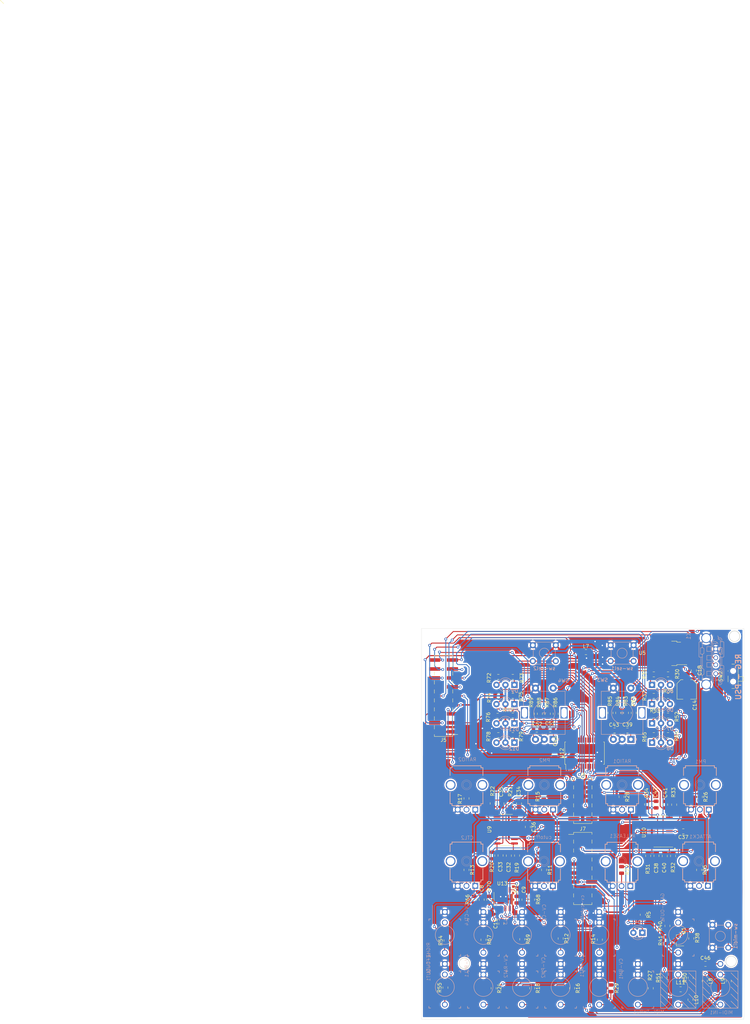
<source format=kicad_pcb>
(kicad_pcb (version 20211014) (generator pcbnew)
  (layers (0 "F.Cu" signal "Top") (31 "B.Cu" signal "Bottom") (34 "B.Paste" user) (35 "F.Paste" user) (36 "B.SilkS" user "B.Silkscreen") (37 "F.SilkS" user "F.Silkscreen") (38 "B.Mask" user) (39 "F.Mask" user) (44 "Edge.Cuts" user))
  (net 0 "")
  (net 1 "GND")
  (net 2 "D+_F")
  (net 3 "D-_F")
  (net 4 "+12V-F")
  (net 5 "5V_USB")
  (net 6 "CONTROL2_CV_F")
  (net 7 "Net-(C40-Pad2)")
  (net 8 "Net-(LEFT-OUT1-PadP$1_TIP)")
  (net 9 "Net-(GATE-OUT1-PadP$1_TIP)")
  (net 10 "-10V_F")
  (net 11 "Net-(C41-Pad2)")
  (net 12 "Net-(C42-Pad2)")
  (net 13 "LEFT-OUT-F")
  (net 14 "RIGHT-OUT-F")
  (net 15 "switch2_sw-F")
  (net 16 "MIDI-IN-L-F")
  (net 17 "MIDI-IN-R-F")
  (net 18 "+3.3V_F")
  (net 19 "+3.3V_F1")
  (net 20 "Net-(L8-Pad2)")
  (net 21 "Net-(L9-Pad2)")
  (net 22 "GATE-F")
  (net 23 "Net-(ATTACK1-Pad2)")
  (net 24 "CONTROL1_CV_F")
  (net 25 "RATIO1_F")
  (net 26 "RATIO2_F")
  (net 27 "RELEASE_F")
  (net 28 "ATTACK_F")
  (net 29 "PM1_F")
  (net 30 "PM2_F")
  (net 31 "+3.3VA_F")
  (net 32 "Net-(CTL2-Pad2)")
  (net 33 "Net-(CV-CTL2-PadP$1_TIP)")
  (net 34 "Net-(CV-RAT1-PadP$1_TIP)")
  (net 35 "Net-(CV-RAT2-PadP$1_TIP)")
  (net 36 "Net-(C32-Pad2)")
  (net 37 "Net-(C33-Pad2)")
  (net 38 "Net-(C38-Pad2)")
  (net 39 "Net-(C46-Pad2)")
  (net 40 "Net-(CV-REL1-PadP$1_TIP)")
  (net 41 "Net-(PM1-Pad2)")
  (net 42 "Net-(PM2-Pad2)")
  (net 43 "Net-(Q1-Pad1)")
  (net 44 "Net-(CV-PM1-PadP$1_TIP)")
  (net 45 "Net-(CV-PM2-PadP$1_TIP)")
  (net 46 "euro-5V_f")
  (net 47 "Net-(C14-Pad1)")
  (net 48 "Net-(C34-Pad2)")
  (net 49 "Net-(C35-Pad2)")
  (net 50 "Net-(L10-Pad2)")
  (net 51 "Net-(L10-Pad1)")
  (net 52 "Net-(L11-Pad2)")
  (net 53 "Net-(L11-Pad1)")
  (net 54 "Net-(Q1-Pad2)")
  (net 55 "Net-(R17-Pad2)")
  (net 56 "Net-(R23-Pad2)")
  (net 57 "Net-(R28-Pad2)")
  (net 58 "Net-(R55-Pad1)")
  (net 59 "Net-(C8-Pad2)")
  (net 60 "Net-(C9-Pad2)")
  (net 61 "Net-(CV-CTL3-PadP$1_TIP)")
  (net 62 "Net-(CV-CTL4-PadP$1_TIP)")
  (net 63 "sin-f")
  (net 64 "led1_g")
  (net 65 "led1_r")
  (net 66 "led2_g")
  (net 67 "led2_r")
  (net 68 "led3_g")
  (net 69 "led3_r")
  (net 70 "led4_g")
  (net 71 "led4_r")
  (net 72 "led5_g")
  (net 73 "led5_r")
  (net 74 "led6_g")
  (net 75 "led6_r")
  (net 76 "led7_g")
  (net 77 "led7_r")
  (net 78 "led8_g")
  (net 79 "led8_r")
  (net 80 "cutoff_f")
  (net 81 "Net-(R14-Pad2)")
  (net 82 "MIDI-THRU-L-F")
  (net 83 "switch1_sw-F")
  (net 85 "Net-(R11-Pad2)")
  (net 86 "Net-(C39-Pad2)")
  (net 87 "Net-(C43-Pad2)")
  (net 88 "Net-(C51-Pad2)")
  (net 89 "Net-(C52-Pad2)")
  (net 90 "CONTROL3_F")
  (net 92 "midi_sw-F")
  (net 93 "ctl2_enc_B_F")
  (net 94 "ctl2_enc_A_F")
  (net 95 "ctl1_enc_B_F")
  (net 96 "led_gate_f")
  (net 97 "ctl1_enc_A_F")
  (net 98 "ctl2_sw_F")
  (net 99 "ctl1_sw_F")
  (net 101 "Net-(R5-Pad2)")
  (net 102 "Net-(D5-Pad1)")
  (net 105 "Net-(D5-Pad3)")
  (net 107 "Net-(D6-Pad1)")
  (net 108 "Net-(D6-Pad3)")
  (net 109 "Net-(D7-Pad1)")
  (net 110 "Net-(D7-Pad3)")
  (net 111 "Net-(D8-Pad1)")
  (net 112 "Net-(D8-Pad3)")
  (net 113 "Net-(D9-Pad1)")
  (net 114 "Net-(D9-Pad3)")
  (net 115 "Net-(D10-Pad1)")
  (net 116 "Net-(D10-Pad3)")
  (net 117 "Net-(D11-Pad1)")
  (net 118 "Net-(D11-Pad3)")
  (net 119 "Net-(D12-Pad1)")
  (net 120 "Net-(D12-Pad3)")
  (net 121 "SCL_F")
  (net 122 "SDA_F")
  (net 123 "unconnected-(J5-Pad9)")
  (net 129 "+3.3VP_F")
  (footprint "Package_SO:SOIC-14_3.9x8.7mm_P1.27mm" (layer "F.Cu") (at 159.301838 108.30178 180)
    (fp_text reference "U10")
    (fp_text value "MCP6004")
  )
  (footprint "Capacitor_SMD:C_0805_2012Metric" (layer "F.Cu") (at 108.613438 127.65868 -90)
    (fp_text reference "C8")
    (fp_text value "1n")
  )
  (footprint "Capacitor_SMD:C_0805_2012Metric" (layer "F.Cu") (at 120.725938 127.64618 -90)
    (fp_text reference "C9")
    (fp_text value "1n")
  )
  (footprint "Capacitor_SMD:C_Elec_5x5.8" (layer "F.Cu") (at 166.705938 68.11898 -90)
    (fp_text reference "C14")
    (fp_text value "100u")
  )
  (footprint "Capacitor_SMD:C_0805_2012Metric" (layer "F.Cu") (at 168.713438 62.75868 -90)
    (fp_text reference "C18")
    (fp_text value "100n")
  )
  (footprint "Capacitor_SMD:C_0805_2012Metric" (layer "F.Cu") (at 116.299638 115.182879 -90)
    (fp_text reference "C32")
    (fp_text value "1n")
  )
  (footprint "Capacitor_SMD:C_0805_2012Metric" (layer "F.Cu") (at 113.962838 115.13208 -90)
    (fp_text reference "C33")
    (fp_text value "1n")
  )
  (footprint "Capacitor_SMD:C_0805_2012Metric" (layer "F.Cu") (at 158.023372 100.721813 90)
    (fp_text reference "C42")
    (fp_text value "1n")
  )
  (footprint "Capacitor_SMD:C_0805_2012Metric" (layer "F.Cu") (at 114.216838 100.418546 90)
    (fp_text reference "C35")
    (fp_text value "1n")
  )
  (footprint "Capacitor_SMD:C_0805_2012Metric" (layer "F.Cu") (at 121.688438 107.05868 -90)
    (fp_text reference "C36")
    (fp_text value "100n")
  )
  (footprint "Capacitor_SMD:C_0805_2012Metric" (layer "F.Cu") (at 165.725938 108.29618 180)
    (fp_text reference "C37")
    (fp_text value "100n")
  )
  (footprint "Capacitor_SMD:C_0805_2012Metric" (layer "F.Cu") (at 158.124972 115.23368 -90)
    (fp_text reference "C38")
    (fp_text value "1n")
  )
  (footprint "Capacitor_SMD:C_0805_2012Metric" (layer "F.Cu") (at 160.478705 115.289078 -90)
    (fp_text reference "C40")
    (fp_text value "1n")
  )
  (footprint "Capacitor_SMD:C_0805_2012Metric" (layer "F.Cu") (at 160.580305 100.738746 90)
    (fp_text reference "C41")
    (fp_text value "1n")
  )
  (footprint "Capacitor_SMD:C_0805_2012Metric" (layer "F.Cu") (at 119.195238 100.437012 90)
    (fp_text reference "C34")
    (fp_text value "1n")
  )
  (footprint "Capacitor_SMD:C_0805_2012Metric" (layer "F.Cu") (at 172.001838 145.83028)
    (fp_text reference "C46")
    (fp_text value "100n")
  )
  (footprint "Capacitor_SMD:C_0805_2012Metric" (layer "F.Cu") (at 129.286 86.4616 -90)
    (fp_text reference "C45")
    (fp_text value "100n")
  )
  (footprint "Connector_PinHeader_2.54mm:PinHeader_2x05_P2.54mm_Vertical_SMD" (layer "F.Cu") (at 137.255589 99.67118)
    (fp_text reference "J6")
    (fp_text value "Conn_01x10_Male")
  )
  (footprint "Inductor_SMD:L_0805_2012Metric" (layer "F.Cu") (at 138.138438 57.54618)
    (fp_text reference "L7")
    (fp_text value "BLM21PG221SN1D")
  )
  (footprint "Inductor_SMD:L_0805_2012Metric" (layer "F.Cu") (at 171.811338 150.67128 -90)
    (fp_text reference "L8")
    (fp_text value "BLM21AG102SN1D")
  )
  (footprint "Inductor_SMD:L_0805_2012Metric" (layer "F.Cu") (at 178.605838 150.70478 90)
    (fp_text reference "L9")
    (fp_text value "BLM21AG102SN1D")
  )
  (footprint "Inductor_SMD:L_0805_2012Metric" (layer "F.Cu") (at 167.760038 155.97528 -90)
    (fp_text reference "L10")
    (fp_text value "BLM21AG102SN1D")
  )
  (footprint "Inductor_SMD:L_0805_2012Metric" (layer "F.Cu") (at 164.9675 153.03 180)
    (fp_text reference "L11")
    (fp_text value "BLM21AG102SN1D")
  )
  (footprint "Package_TO_SOT_SMD:SOT-23" (layer "F.Cu") (at 164.488438 139.17118 180)
    (fp_text reference "Q1")
    (fp_text value "BC847")
  )
  (footprint "Resistor_SMD:R_0805_2012Metric" (layer "F.Cu") (at 126.273372 119.22378 -90)
    (fp_text reference "R11")
    (fp_text value "200k")
  )
  (footprint "Resistor_SMD:R_0805_2012Metric" (layer "F.Cu") (at 130.988438 138.64618 -90)
    (fp_text reference "R12")
    (fp_text value "100k")
  )
  (footprint "Resistor_SMD:R_0805_2012Metric" (layer "F.Cu") (at 104.310838 119.22378 -90)
    (fp_text reference "R13")
    (fp_text value "200k")
  )
  (footprint "Resistor_SMD:R_0805_2012Metric" (layer "F.Cu") (at 142.088438 138.98368 -90)
    (fp_text reference "R14")
    (fp_text value "100k")
  )
  (footprint "Resistor_SMD:R_0805_2012Metric" (layer "F.Cu") (at 148.238438 98.53368 -90)
    (fp_text reference "R28")
    (fp_text value "200k")
  )
  (footprint "Resistor_SMD:R_0805_2012Metric" (layer "F.Cu") (at 145.204838 152.73678 -90)
    (fp_text reference "R29")
    (fp_text value "100k")
  )
  (footprint "Resistor_SMD:R_0805_2012Metric" (layer "F.Cu") (at 104.310838 98.98368 -90)
    (fp_text reference "R17")
    (fp_text value "200k")
  )
  (footprint "Resistor_SMD:R_0805_2012Metric" (layer "F.Cu") (at 122.916338 152.73678 -90)
    (fp_text reference "R18")
    (fp_text value "100k")
  )
  (footprint "Resistor_SMD:R_0805_2012Metric" (layer "F.Cu") (at 118.636438 115.165946 -90)
    (fp_text reference "R19")
    (fp_text value "66.5k")
  )
  (footprint "Resistor_SMD:R_0805_2012Metric" (layer "F.Cu") (at 111.626038 115.149013 -90)
    (fp_text reference "R20")
    (fp_text value "66.5k")
  )
  (footprint "Resistor_SMD:R_0805_2012Metric" (layer "F.Cu") (at 155.466438 100.70488 90)
    (fp_text reference "R34")
    (fp_text value "66.5k")
  )
  (footprint "Resistor_SMD:R_0805_2012Metric" (layer "F.Cu") (at 111.727638 100.40008 90)
    (fp_text reference "R22")
    (fp_text value "66.5k")
  )
  (footprint "Resistor_SMD:R_0805_2012Metric" (layer "F.Cu") (at 148.235905 119.22378 -90)
    (fp_text reference "R23")
    (fp_text value "200k")
  )
  (footprint "Resistor_SMD:R_0805_2012Metric" (layer "F.Cu") (at 111.994338 152.73678 -90)
    (fp_text reference "R24")
    (fp_text value "100k")
  )
  (footprint "Resistor_SMD:R_0805_2012Metric" (layer "F.Cu") (at 170.198438 119.22378 -90)
    (fp_text reference "R25")
    (fp_text value "200k")
  )
  (footprint "Resistor_SMD:R_0805_2012Metric" (layer "F.Cu") (at 170.413438 98.55868 -90)
    (fp_text reference "R26")
    (fp_text value "200k")
  )
  (footprint "Resistor_SMD:R_0805_2012Metric" (layer "F.Cu") (at 156.507838 152.73678 -90)
    (fp_text reference "R27")
    (fp_text value "100k")
  )
  (footprint "Resistor_SMD:R_0805_2012Metric" (layer "F.Cu") (at 126.188438 98.38368 -90)
    (fp_text reference "R15")
    (fp_text value "200k")
  )
  (footprint "Resistor_SMD:R_0805_2012Metric" (layer "F.Cu") (at 134.219338 152.73678 -90)
    (fp_text reference "R16")
    (fp_text value "100k")
  )
  (footprint "Resistor_SMD:R_0805_2012Metric" (layer "F.Cu") (at 155.771238 115.252146 -90)
    (fp_text reference "R31")
    (fp_text value "66.5k")
  )
  (footprint "Resistor_SMD:R_0805_2012Metric" (layer "F.Cu") (at 162.832438 115.270612 -90)
    (fp_text reference "R32")
    (fp_text value "66.5k")
  )
  (footprint "Resistor_SMD:R_0805_2012Metric" (layer "F.Cu") (at 163.137238 100.755679 90)
    (fp_text reference "R33")
    (fp_text value "66.5k")
  )
  (footprint "Resistor_SMD:R_0805_2012Metric" (layer "F.Cu") (at 116.706038 100.455478 90)
    (fp_text reference "R21")
    (fp_text value "66.5k")
  )
  (footprint "Resistor_SMD:R_0805_2012Metric" (layer "F.Cu") (at 161.400938 63.84618)
    (fp_text reference "R30")
    (fp_text value "100")
  )
  (footprint "Resistor_SMD:R_0805_2012Metric" (layer "F.Cu") (at 157.375938 63.84618)
    (fp_text reference "R35")
    (fp_text value "100")
  )
  (footprint "Resistor_SMD:R_0805_2012Metric" (layer "F.Cu") (at 167.810838 149.75228 90)
    (fp_text reference "R50")
    (fp_text value "33")
  )
  (footprint "Resistor_SMD:R_0805_2012Metric" (layer "F.Cu") (at 98.638438 139.20868 90)
    (fp_text reference "R54")
    (fp_text value "1k")
  )
  (footprint "Resistor_SMD:R_0805_2012Metric" (layer "F.Cu") (at 98.338438 152.55868 90)
    (fp_text reference "R55")
    (fp_text value "1k")
  )
  (footprint "Resistor_SMD:R_0805_2012Metric" (layer "F.Cu") (at 161.400938 69.94618)
    (fp_text reference "R36")
    (fp_text value "100")
  )
  (footprint "Resistor_SMD:R_0805_2012Metric" (layer "F.Cu") (at 157.375938 69.94618)
    (fp_text reference "R37")
    (fp_text value "100")
  )
  (footprint "Resistor_SMD:R_0805_2012Metric" (layer "F.Cu") (at 167.988438 138.63368 90)
    (fp_text reference "R38")
    (fp_text value "1k")
  )
  (footprint "Resistor_SMD:R_0805_2012Metric" (layer "F.Cu") (at 161.238438 135.08368 90)
    (fp_text reference "R40")
    (fp_text value "10k")
  )
  (footprint "Package_SO:SOIC-14_3.9x8.7mm_P1.27mm" (layer "F.Cu") (at 115.423338 107.92078 180)
    (fp_text reference "U9")
    (fp_text value "MCP6004")
  )
  (footprint "Package_TO_SOT_SMD:TO-252-2" (layer "F.Cu") (at 161.435438 57.90818 180)
    (fp_text reference "U5")
    (fp_text value "L7805")
  )
  (footprint "Resistor_SMD:R_0805_2012Metric" (layer "F.Cu") (at 161.400938 75.52118)
    (fp_text reference "R52")
    (fp_text value "100")
  )
  (footprint "Resistor_SMD:R_0805_2012Metric" (layer "F.Cu") (at 157.375938 75.52118 180)
    (fp_text reference "R53")
    (fp_text value "100")
  )
  (footprint "Button_Switch_SMD:SW_SPDT_PCM12" (layer "F.Cu") (at 179.527838 64.39578 90)
    (fp_text reference "SW2")
    (fp_text value "SW_SPDT")
  )
  (footprint "Connector_PinHeader_2.54mm:PinHeader_2x08_P2.54mm_Vertical_SMD" (layer "F.Cu") (at 137.255589 118.82118)
    (fp_text reference "J7")
    (fp_text value "Conn_01x16_Male")
  )
  (footprint "Connector_PinHeader_2.54mm:PinHeader_2x09_P2.54mm_Vertical_SMD" (layer "F.Cu") (at 97.813838 69.94778 180)
    (fp_text reference "J5")
    (fp_text value "Conn_01x18_Male")
  )
  (footprint "Resistor_SMD:R_0805_2012Metric" (layer "F.Cu") (at 161.213438 139.15868 90)
    (fp_text reference "R41")
    (fp_text value "1k")
  )
  (footprint "Resistor_SMD:R_0805_2012Metric" (layer "F.Cu") (at 160.394038 149.67608 90)
    (fp_text reference "R51")
    (fp_text value "10")
  )
  (footprint "Capacitor_SMD:C_0805_2012Metric" (layer "F.Cu") (at 149.900938 79.74618)
    (fp_text reference "C39")
    (fp_text value "100n")
  )
  (footprint "Capacitor_SMD:C_0805_2012Metric" (layer "F.Cu") (at 146.250938 79.74618 180)
    (fp_text reference "C43")
    (fp_text value "100n")
  )
  (footprint "Capacitor_SMD:C_0805_2012Metric" (layer "F.Cu") (at 128.000938 79.49618)
    (fp_text reference "C51")
    (fp_text value "100n")
  )
  (footprint "Capacitor_SMD:C_0805_2012Metric" (layer "F.Cu") (at 124.225938 79.49618 180)
    (fp_text reference "C52")
    (fp_text value "100n")
  )
  (footprint "Resistor_SMD:R_0805_2012Metric" (layer "F.Cu") (at 151.688438 74.75868 90)
    (fp_text reference "R82")
    (fp_text value "10k")
  )
  (footprint "Resistor_SMD:R_0805_2012Metric" (layer "F.Cu") (at 149.488438 74.75868 90)
    (fp_text reference "R83")
    (fp_text value "10k")
  )
  (footprint "Resistor_SMD:R_0805_2012Metric" (layer "F.Cu") (at 147.288438 74.75868 90)
    (fp_text reference "R84")
    (fp_text value "10k")
  )
  (footprint "Resistor_SMD:R_0805_2012Metric" (layer "F.Cu") (at 145.088438 74.75868 -90)
    (fp_text reference "R85")
    (fp_text value "10k")
  )
  (footprint "Resistor_SMD:R_0805_2012Metric" (layer "F.Cu") (at 129.588438 75.00868 90)
    (fp_text reference "R86")
    (fp_text value "10k")
  )
  (footprint "Resistor_SMD:R_0805_2012Metric" (layer "F.Cu") (at 127.338438 75.00868 90)
    (fp_text reference "R87")
    (fp_text value "10k")
  )
  (footprint "Resistor_SMD:R_0805_2012Metric" (layer "F.Cu") (at 125.088438 75.00868 90)
    (fp_text reference "R88")
    (fp_text value "10k")
  )
  (footprint "Resistor_SMD:R_0805_2012Metric" (layer "F.Cu") (at 122.838438 75.00868 -90)
    (fp_text reference "R89")
    (fp_text value "10k")
  )
  (footprint "Resistor_SMD:R_0805_2012Metric" (layer "F.Cu") (at 161.400938 81.04618)
    (fp_text reference "R64")
    (fp_text value "100")
  )
  (footprint "Resistor_SMD:R_0805_2012Metric" (layer "F.Cu") (at 157.375938 81.04618 180)
    (fp_text reference "R65")
    (fp_text value "100")
  )
  (footprint "Resistor_SMD:R_0805_2012Metric" (layer "F.Cu") (at 106.463438 127.65868 90)
    (fp_text reference "R66")
    (fp_text value "200k")
  )
  (footprint "Resistor_SMD:R_0805_2012Metric" (layer "F.Cu") (at 109.113438 139.02118 -90)
    (fp_text reference "R67")
    (fp_text value "100k")
  )
  (footprint "Resistor_SMD:R_0805_2012Metric" (layer "F.Cu") (at 122.863438 127.64618 90)
    (fp_text reference "R68")
    (fp_text value "200k")
  )
  (footprint "Resistor_SMD:R_0805_2012Metric" (layer "F.Cu") (at 120.100938 138.87118 -90)
    (fp_text reference "R69")
    (fp_text value "100k")
  )
  (footprint "Resistor_SMD:R_0805_2012Metric" (layer "F.Cu") (at 110.763438 127.65868 -90)
    (fp_text reference "R70")
    (fp_text value "66.5k")
  )
  (footprint "Resistor_SMD:R_0805_2012Metric" (layer "F.Cu") (at 118.588438 127.64618 -90)
    (fp_text reference "R71")
    (fp_text value "66.5k")
  )
  (footprint "Resistor_SMD:R_0805_2012Metric" (layer "F.Cu") (at 113.325938 64.57118 180)
    (fp_text reference "R72")
    (fp_text value "100")
  )
  (footprint "Resistor_SMD:R_0805_2012Metric" (layer "F.Cu") (at 117.425938 64.57118 180)
    (fp_text reference "R73")
    (fp_text value "100")
  )
  (footprint "Resistor_SMD:R_0805_2012Metric" (layer "F.Cu") (at 113.325938 69.94618 180)
    (fp_text reference "R74")
    (fp_text value "100")
  )
  (footprint "Resistor_SMD:R_0805_2012Metric" (layer "F.Cu") (at 117.425938 69.94618 180)
    (fp_text reference "R75")
    (fp_text value "100")
  )
  (footprint "Resistor_SMD:R_0805_2012Metric" (layer "F.Cu") (at 113.1316 75.5904 180)
    (fp_text reference "R76")
    (fp_text value "100")
  )
  (footprint "Resistor_SMD:R_0805_2012Metric" (layer "F.Cu") (at 117.425938 75.52118 180)
    (fp_text reference "R77")
    (fp_text value "100")
  )
  (footprint "Resistor_SMD:R_0805_2012Metric" (layer "F.Cu") (at 113.325938 81.04618 180)
    (fp_text reference "R78")
    (fp_text value "100")
  )
  (footprint "Resistor_SMD:R_0805_2012Metric" (layer "F.Cu") (at 117.425938 81.04618 180)
    (fp_text reference "R79")
    (fp_text value "100")
  )
  (footprint "Package_SO:TSSOP-32_6.1x11mm_P0.65mm" (layer "F.Cu") (at 137.7696 86.1568 90)
    (fp_text reference "U12")
    (fp_text value "PCA9622")
  )
  (footprint "Capacitor_SMD:C_0805_2012Metric" (layer "F.Cu") (at 114.188438 134.45868 90)
    (fp_text reference "C11")
    (fp_text value "100n")
  )
  (footprint "Package_SO:SOIC-8-1EP_3.9x4.9mm_P1.27mm_EP2.514x3.2mm" (layer "F.Cu") (at 114.663438 127.49618 -90)
    (fp_text reference "U13")
    (fp_text value "MCP6002")
  )
  (footprint "Resistor_SMD:R_0805_2012Metric" (layer "F.Cu") (at 154.275 131.925 -90)
    (fp_text reference "R5")
    (fp_text value "1k")
  )
  (footprint "VesturSynthesis:WQP-PJ301M-12_JACK" (layer "B.Cu") (at 141.912082 152.358929)
    (fp_text reference "CV-RAT1")
    (fp_text value "THONKICONNNEW" hide)
  )
  (footprint "VesturSynthesis:WQP-PJ301M-12_JACK" (layer "B.Cu") (at 109.100602 152.358929)
    (fp_text reference "CV-REL1")
    (fp_text value "THONKICONNNEW" hide)
  )
  (footprint "VesturSynthesis:WQP-PJ301M-12_JACK" (layer "B.Cu") (at 152.849242 152.358929)
    (fp_text reference "CV-PM1")
    (fp_text value "THONKICONNNEW" hide)
  )
  (footprint "VesturSynthesis:WQP-PJ301M-12_JACK" (layer "B.Cu") (at 120.037762 152.358929)
    (fp_text reference "CV-RAT2")
    (fp_text value "THONKICONNNEW" hide)
  )
  (footprint "VesturSynthesis:WQP-PJ301M-12_JACK" (layer "B.Cu") (at 130.974922 152.358929)
    (fp_text reference "CV-PM2")
    (fp_text value "THONKICONNNEW" hide)
  )
  (footprint "VesturSynthesis:WQP-PJ301M-12_JACK" (layer "B.Cu") (at 98.163438 137.626929)
    (fp_text reference "LEFT-OUT1")
    (fp_text value "THONKICONNNEW" hide)
  )
  (footprint "VesturSynthesis:WQP-PJ301M-12_JACK" (layer "B.Cu") (at 164.286402 137.626929)
    (fp_text reference "GATE-OUT1")
    (fp_text value "THONKICONNNEW" hide)
  )
  (footprint "VesturSynthesis:WQP-PJ301M-12_JACK" (layer "B.Cu") (at 98.163438 152.34618)
    (fp_text reference "RIGHT-OUT1")
    (fp_text value "THONKICONNNEW" hide)
  )
  (footprint "VesturSynthesis:KUSBVX" (layer "B.Cu") (at 174.922838 60.15278 -90)
    (fp_text reference "X1")
    (fp_text value "KUSBVX")
  )
  (footprint "VesturSynthesis:WQP-PJ301M-12_JACK" (layer "B.Cu") (at 130.974922 137.626929)
    (fp_text reference "CV-CTL2")
    (fp_text value "THONKICONNNEW" hide)
  )
  (footprint "VesturSynthesis:WQP-PJ301M-12_JACK" (layer "B.Cu") (at 141.912082 137.626929)
    (fp_text reference "cv-cutoff1")
    (fp_text value "THONKICONNNEW" hide)
  )
  (footprint "VesturSynthesis:9MM_SNAP-IN_POT" (layer "B.Cu") (at 170.200338 116.73228 180)
    (fp_text reference "ATTACK1")
    (fp_text value "50k-lin")
  )
  (footprint "VesturSynthesis:9MM_SNAP-IN_POT" (layer "B.Cu") (at 126.268338 116.79578 180)
    (fp_text reference "cutoff1")
    (fp_text value "50k-lin")
  )
  (footprint "VesturSynthesis:9MM_SNAP-IN_POT" (layer "B.Cu") (at 148.234338 116.79578 180)
    (fp_text reference "RELEASE1")
    (fp_text value "50k-lin")
  )
  (footprint "Button_Switch_THT:SW_TH_Tactile_Omron_B3F-10xx" (layer "B.Cu") (at 178.473562 141.24618 90)
    (fp_text reference "sw-midi1")
    (fp_text value "SW_MEC_5G")
  )
  (footprint "VesturSynthesis:9MM_SNAP-IN_POT" (layer "B.Cu") (at 104.302338 116.74728 180)
    (fp_text reference "CTL2")
    (fp_text value "50k-lin")
  )
  (footprint "VesturSynthesis:WQP-PJ366ST_JACK" (layer "B.Cu") (at 176.223562 152.358929)
    (fp_text reference "MIDI-IN1")
    (fp_text value "THONKI-STEREO" hide)
  )
  (footprint "VesturSynthesis:WQP-PJ366ST_JACK" (layer "B.Cu") (at 164.286402 152.358929)
    (fp_text reference "MIDI-THRU1")
    (fp_text value "THONKI-STEREO" hide)
  )
  (footprint "Button_Switch_THT:SW_TH_Tactile_Omron_B3F-10xx" (layer "B.Cu") (at 123.103372 60.09618)
    (fp_text reference "sw-sel2")
    (fp_text value "SW_MEC_5G")
  )
  (footprint "Rotary_Encoder:RotaryEncoder_Alps_EC11E-Switch_Vertical_H20mm" (layer "B.Cu") (at 150.895905 82.24618 90)
    (fp_text reference "SW3")
    (fp_text value "ctl1")
  )
  (footprint "Rotary_Encoder:RotaryEncoder_Alps_EC11E-Switch_Vertical_H20mm" (layer "B.Cu") (at 128.853372 82.24618 90)
    (fp_text reference "SW4")
    (fp_text value "ctl2")
  )
  (footprint "VesturSynthesis:WQP-PJ301M-12_JACK" (layer "B.Cu") (at 120.037762 137.626929)
    (fp_text reference "CV-CTL3")
    (fp_text value "THONKICONNNEW" hide)
  )
  (footprint "VesturSynthesis:WQP-PJ301M-12_JACK" (layer "B.Cu") (at 109.100602 137.626929)
    (fp_text reference "CV-CTL4")
    (fp_text value "THONKICONNNEW" hide)
  )
  (footprint "LED_THT:LED_D3.0mm-3" (layer "B.Cu") (at 156.867172 66.82118)
    (fp_text reference "D5")
    (fp_text value "LED_Dual_KAK")
  )
  (footprint "LED_THT:LED_D3.0mm-3" (layer "B.Cu") (at 156.867172 72.27118)
    (fp_text reference "D6")
    (fp_text value "LED_Dual_KAK")
  )
  (footprint "LED_THT:LED_D3.0mm-3" (layer "B.Cu") (at 156.867172 77.72118)
    (fp_text reference "D7")
    (fp_text value "LED_Dual_KAK")
  )
  (footprint "LED_THT:LED_D3.0mm-3" (layer "B.Cu") (at 156.867172 83.17118)
    (fp_text reference "D8")
    (fp_text value "LED_Dual_KAK")
  )
  (footprint "LED_THT:LED_D3.0mm-3" (layer "B.Cu") (at 117.882105 66.82118 180)
    (fp_text reference "D9")
    (fp_text value "LED_Dual_KAK")
  )
  (footprint "LED_THT:LED_D3.0mm-3" (layer "B.Cu") (at 117.882105 72.27118 180)
    (fp_text reference "D10")
    (fp_text value "LED_Dual_KAK")
  )
  (footprint "LED_THT:LED_D3.0mm-3" (layer "B.Cu") (at 117.882105 77.72118 180)
    (fp_text reference "D11")
    (fp_text value "LED_Dual_KAK")
  )
  (footprint "LED_THT:LED_D3.0mm-3" (layer "B.Cu") (at 117.882105 83.17118 180)
    (fp_text reference "D12")
    (fp_text value "LED_Dual_KAK")
  )
  (footprint "Button_Switch_THT:SW_TH_Tactile_Omron_B3F-10xx" (layer "B.Cu") (at 145.145905 60.09618)
    (fp_text reference "sw-sel1")
    (fp_text value "SW_MEC_5G")
  )
  (footprint "VesturSynthesis:9MM_SNAP-IN_POT" (layer "B.Cu") (at 126.353373 95.13348 180)
    (fp_text reference "PM2")
    (fp_text value "50k-lin")
  )
  (footprint "VesturSynthesis:9MM_SNAP-IN_POT" (layer "B.Cu") (at 148.395905 95.13348 180)
    (fp_text reference "RATIO1")
    (fp_text value "50k-lin")
  )
  (footprint "VesturSynthesis:9MM_SNAP-IN_POT" (layer "B.Cu") (at 104.310838 95.13348 180)
    (fp_text reference "RATIO2")
    (fp_text value "50k-lin")
  )
  (footprint "VesturSynthesis:9MM_SNAP-IN_POT" (layer "B.Cu") (at 170.438438 95.13348 180)
    (fp_text reference "PM1")
    (fp_text value "50k-lin")
  )
  (footprint "LED_THT:LED_D3.0mm" (layer "B.Cu") (at 154.124242 136.996179 180)
    (fp_text reference "D4")
    (fp_text value "LED")
  )
  (gr_line (start -27.7876 -127.0508) (end -26.8224 -126.0856) (layer "F.SilkS") (width 0.12))
  (gr_circle (center 119.525438 112.77218) (end 119.625438 112.77218) (layer "F.SilkS") (width 0.2) (fill none))
  (gr_circle (center 163.340438 113.15318) (end 163.440438 113.15318) (layer "F.SilkS") (width 0.2) (fill none))
  (gr_circle (center 131.844438 87.37218) (end 131.944438 87.37218) (layer "F.SilkS") (width 0.2) (fill none))
  (gr_circle (center 180.232838 53.05678) (end 178.732838 53.05678) (layer "Edge.Cuts") (width 0.15) (fill none))
  (gr_circle (center 179.288438 145.12118) (end 177.788438 145.12118) (layer "Edge.Cuts") (width 0.15) (fill none))
  (gr_line (start 182.88 50.835129) (end 91.567 50.835129) (layer "Edge.Cuts") (width 0.05))
  (gr_line (start 91.567 161.502929) (end 182.88 161.502929) (layer "Edge.Cuts") (width 0.05))
  (gr_circle (center 103.691719 145.69618) (end 102.191719 145.69618) (layer "Edge.Cuts") (width 0.15) (fill none))
  (gr_line (start 91.567 50.835129) (end 91.567 161.502929) (layer "Edge.Cuts") (width 0.05))
  (gr_line (start 182.88 161.502929) (end 182.88 50.835129) (layer "Edge.Cuts") (width 0.05))
  (gr_text "REG - PSU" (at 181.323638 64.56298 -270) (layer "B.SilkS") (effects (font (size 1.5 1.5) (thickness 0.3)) (justify mirror)))
  (segment (start 141.3446 82.4443) (end 141.3446 84.1304) (width 0.254) (layer "F.Cu") (net 1))
  (segment (start 141.025 84.45) (end 138.425 84.45) (width 0.254) (layer "F.Cu") (net 1))
  (segment (start 139.925 85.95) (end 138.425 84.45) (width 0.254) (layer "F.Cu") (net 1))
  (segment (start 141.3446 89.8693) (end 141.3446 89.245247) (width 0.254) (layer "F.Cu") (net 1))
  (segment (start 138.0946 89.8693) (end 138.0946 88.8946) (width 0.254) (layer "F.Cu") (net 1))
  (segment (start 132.85 89.025) (end 132.85 89.8247) (width 0.254) (layer "F.Cu") (net 1))
  (segment (start 142.114847 88.475) (end 142.525 88.475) (width 0.254) (layer "F.Cu") (net 1))
  (segment (start 133.8 88.075) (end 132.85 89.025) (width 0.254) (layer "F.Cu") (net 1))
  (segment (start 137.275 88.075) (end 133.8 88.075) (width 0.254) (layer "F.Cu") (net 1))
  (segment (start 138.0946 88.8946) (end 137.275 88.075) (width 0.254) (layer "F.Cu") (net 1))
  (segment (start 138.0946 84.1196) (end 138.0946 82.4443) (width 0.254) (layer "F.Cu") (net 1))
  (segment (start 141.375 85.95) (end 139.925 85.95) (width 0.254) (layer "F.Cu") (net 1))
  (segment (start 141.3446 89.245247) (end 142.114847 88.475) (width 0.254) (layer "F.Cu") (net 1))
  (segment (start 141.3446 84.1304) (end 141.025 84.45) (width 0.254) (layer "F.Cu") (net 1))
  (segment (start 132.85 89.8247) (end 132.8946 89.8693) (width 0.254) (layer "F.Cu") (net 1))
  (segment (start 138.425 84.45) (end 138.0946 84.1196) (width 0.254) (layer "F.Cu") (net 1))
  (via (at 140.73 54.55) (size 0.8) (drill 0.4) (layers "F.Cu" "B.Cu") (net 1))
  (via (at 106.98 83.49) (size 0.8) (drill 0.4) (layers "F.Cu" "B.Cu") (net 1))
  (via (at 142.87 58.98) (size 0.8) (drill 0.4) (layers "F.Cu" "B.Cu") (net 1))
  (via (at 142.525 88.475) (size 0.8) (drill 0.4) (layers "F.Cu" "B.Cu") (net 1))
  (via (at 111.473638 79.14258) (size 0.8) (drill 0.4) (layers "F.Cu" "B.Cu") (net 1))
  (via (at 138.31 59.26) (size 0.8) (drill 0.4) (layers "F.Cu" "B.Cu") (net 1))
  (via (at 111.43 86.13) (size 0.8) (drill 0.4) (layers "F.Cu" "B.Cu") (net 1))
  (via (at 141.375 85.95) (size 0.8) (drill 0.4) (layers "F.Cu" "B.Cu") (net 1))
  (via (at 137.051438 128.90118) (size 0.8) (drill 0.4) (layers "F.Cu" "B.Cu") (net 1))
  (via (at 142.85 60.93) (size 0.8) (drill 0.4) (layers "F.Cu" "B.Cu") (net 1))
  (via (at 142.79 55.66) (size 0.8) (drill 0.4) (layers "F.Cu" "B.Cu") (net 1))
  (via (at 113.988438 126.79618) (size 0.8) (drill 0.4) (layers "F.Cu" "B.Cu") (net 1))
  (via (at 140.226438 131.44118) (size 0.8) (drill 0.4) (layers "F.Cu" "B.Cu") (net 1))
  (via (at 115.438438 126.79618) (size 0.8) (drill 0.4) (layers "F.Cu" "B.Cu") (net 1))
  (via (at 108.832038 79.14258) (size 0.8) (drill 0.4) (layers "F.Cu" "B.Cu") (net 1))
  (segment (start 141.375 87.95) (end 141.375 85.95) (width 0.254) (layer "B.Cu") (net 1))
  (segment (start 141.9 88.475) (end 141.375 87.95) (width 0.254) (layer "B.Cu") (net 1))
  (segment (start 142.525 88.475) (end 141.9 88.475) (width 0.254) (layer "B.Cu") (net 1))
  (segment (start 95.314238 69.97318) (end 95.288838 69.94778) (width 0.25) (layer "F.Cu") (net 2))
  (segment (start 174.922838 59.15278) (end 174.220038 59.15278) (width 0.25) (layer "F.Cu") (net 2))
  (segment (start 100.566438 51.72118) (end 98.443438 53.84418) (width 0.25) (layer "F.Cu") (net 2))
  (segment (start 97.681438 69.97318) (end 95.314238 69.97318) (width 0.25) (layer "F.Cu") (net 2))
  (segment (start 174.220038 59.15278) (end 166.788438 51.72118) (width 0.25) (layer "F.Cu") (net 2))
  (segment (start 166.788438 51.72118) (end 100.566438 51.72118) (width 0.25) (layer "F.Cu") (net 2))
  (via (at 98.443438 53.84418) (size 0.8) (drill 0.4) (layers "F.Cu" "B.Cu") (net 2))
  (via (at 97.681438 69.97318) (size 0.8) (drill 0.4) (layers "F.Cu" "B.Cu") (net 2))
  (segment (start 98.443438 53.84418) (end 98.443438 69.21118) (width 0.25) (layer "B.Cu") (net 2))
  (segment (start 98.443438 69.21118) (end 97.681438 69.97318) (width 0.25) (layer "B.Cu") (net 2))
  (segment (start 166.188438 52.67118) (end 101.713438 52.67118) (width 0.25) (layer "F.Cu") (net 3))
  (segment (start 174.922838 61.15278) (end 174.670038 61.15278) (width 0.25) (layer "F.Cu") (net 3))
  (segment (start 100.364238 67.43318) (end 100.338838 67.40778) (width 0.25) (layer "F.Cu") (net 3))
  (segment (start 102.507438 67.43318) (end 100.364238 67.43318) (width 0.25) (layer "F.Cu") (net 3))
  (segment (start 101.713438 52.67118) (end 100.263438 54.12118) (width 0.25) (layer "F.Cu") (net 3))
  (segment (start 174.670038 61.15278) (end 166.188438 52.67118) (width 0.25) (layer "F.Cu") (net 3))
  (via (at 102.507438 67.43318) (size 0.8) (drill 0.4) (layers "F.Cu" "B.Cu") (net 3))
  (via (at 100.263438 54.12118) (size 0.8) (drill 0.4) (layers "F.Cu" "B.Cu") (net 3))
  (segment (start 100.983438 67.43318) (end 102.507438 67.43318) (width 0.25) (layer "B.Cu") (net 3))
  (segment (start 99.332438 65.02018) (end 99.332438 65.78218) (width 0.25) (layer "B.Cu") (net 3))
  (segment (start 99.332438 65.78218) (end 100.983438 67.43318) (width 0.25) (layer "B.Cu") (net 3))
  (segment (start 99.332438 55.05218) (end 99.332438 65.02018) (width 0.25) (layer "B.Cu") (net 3))
  (segment (start 100.263438 54.12118) (end 99.332438 55.05218) (width 0.25) (layer "B.Cu") (net 3))
  (segment (start 165.713438 61.72118) (end 166.338438 62.34618) (width 0.3048) (layer "F.Cu") (net 4))
  (segment (start 136.338438 112.47118) (end 137.188438 113.32118) (width 0.3048) (layer "F.Cu") (net 4))
  (segment (start 152.313438 113.92118) (end 137.788438 113.92118) (width 0.3048) (layer "F.Cu") (net 4))
  (segment (start 137.788438 113.92118) (end 137.188438 113.32118) (width 0.3048) (layer "F.Cu") (net 4))
  (segment (start 134.730589 112.47118) (end 136.338438 112.47118) (width 0.3048) (layer "F.Cu") (net 4))
  (segment (start 165.713438 61.72118) (end 165.713438 60.26618) (width 0.3048) (layer "F.Cu") (net 4))
  (segment (start 169.213438 103.57118) (end 169.213438 112.72118) (width 0.3048) (layer "F.Cu") (net 4))
  (segment (start 165.713438 60.26618) (end 165.635438 60.18818) (width 0.3048) (layer "F.Cu") (net 4))
  (segment (start 169.213438 112.72118) (end 167.888438 114.04618) (width 0.3048) (layer "F.Cu") (net 4))
  (via (at 167.888438 114.04618) (size 0.8) (drill 0.4) (layers "F.Cu" "B.Cu") (net 4))
  (via (at 152.313438 113.92118) (size 0.8) (drill 0.4) (layers "F.Cu" "B.Cu") (net 4))
  (via (at 169.213438 103.57118) (size 0.8) (drill 0.4) (layers "F.Cu" "B.Cu") (net 4))
  (via (at 137.188438 113.32118) (size 0.8) (drill 0.4) (layers "F.Cu" "B.Cu") (net 4))
  (via (at 146.963438 141.14618) (size 0.8) (drill 0.4) (layers "F.Cu" "B.Cu") (net 4))
  (via (at 166.338438 62.34618) (size 0.8) (drill 0.4) (layers "F.Cu" "B.Cu") (net 4))
  (segment (start 169.213438 93.12118) (end 169.213438 103.57118) (width 0.3048) (layer "B.Cu") (net 4))
  (segment (start 144.888438 113.99618) (end 146.963438 116.07118) (width 0.3048) (layer "B.Cu") (net 4))
  (segment (start 170.288438 92.04618) (end 169.213438 93.12118) (width 0.3048) (layer "B.Cu") (net 4))
  (segment (start 146.963438 116.07118) (end 146.963438 134.89618) (width 0.3048) (layer "B.Cu") (net 4))
  (segment (start 137.863438 113.99618) (end 144.888438 113.99618) (width 0.3048) (layer "B.Cu") (net 4))
  (segment (start 167.763438 113.92118) (end 152.313438 113.92118) (width 0.3048) (layer "B.Cu") (net 4))
  (segment (start 170.288438 66.29618) (end 170.288438 92.04618) (width 0.3048) (layer "B.Cu") (net 4))
  (segment (start 146.963438 134.89618) (end 147.013438 134.94618) (width 0.3048) (layer "B.Cu") (net 4))
  (segment (start 146.913438 141.09618) (end 146.963438 141.14618) (width 0.25) (layer "B.Cu") (net 4))
  (segment (start 146.913438 135.04618) (end 146.913438 141.09618) (width 0.25) (layer "B.Cu") (net 4))
  (segment (start 137.188438 113.32118) (end 137.863438 113.99618) (width 0.3048) (layer "B.Cu") (net 4))
  (segment (start 167.888438 114.04618) (end 167.763438 113.92118) (width 0.3048) (layer "B.Cu") (net 4))
  (segment (start 166.338438 62.34618) (end 170.288438 66.29618) (width 0.3048) (layer "B.Cu") (net 4))
  (segment (start 147.013438 134.94618) (end 146.913438 135.04618) (width 0.25) (layer "B.Cu") (net 4))
  (segment (start 161.238438 130.49518) (end 162.705438 129.02818) (width 0.3048) (layer "F.Cu") (net 5))
  (segment (start 178.580438 122.93218) (end 178.580438 70.60818) (width 0.3048) (layer "F.Cu") (net 5))
  (segment (start 161.238438 134.14618) (end 161.238438 130.49518) (width 0.3048) (layer "F.Cu") (net 5))
  (segment (start 178.097838 63.64578) (end 174.929838 63.64578) (width 0.4064) (layer "F.Cu") (net 5))
  (segment (start 174.929838 63.64578) (end 174.922838 63.65278) (width 0.4064) (layer "F.Cu") (net 5))
  (segment (start 162.705438 129.02818) (end 172.484438 129.02818) (width 0.3048) (layer "F.Cu") (net 5))
  (segment (start 172.484438 129.02818) (end 178.580438 122.93218) (width 0.3048) (layer "F.Cu") (net 5))
  (via (at 178.580438 70.60818) (size 0.8) (drill 0.4) (layers "F.Cu" "B.Cu") (net 5))
  (segment (start 178.580438 70.60818) (end 174.922838 66.95058) (width 0.3048) (layer "B.Cu") (net 5))
  (segment (start 174.922838 66.95058) (end 174.922838 63.65278) (width 0.3048) (layer "B.Cu") (net 5))
  (segment (start 115.334438 131.82218) (end 115.334438 132.16718) (width 0.2032) (layer "F.Cu") (net 6))
  (segment (start 125.863438 132.59618) (end 131.388438 127.07118) (width 0.2032) (layer "F.Cu") (net 6))
  (segment (start 115.763438 132.59618) (end 125.863438 132.59618) (width 0.2032) (layer "F.Cu") (net 6))
  (segment (start 110.763438 125.24618) (end 110.738438 125.22118) (width 0.2032) (layer "F.Cu") (net 6))
  (segment (start 115.298438 131.78618) (end 115.298438 130.13368) (width 0.2032) (layer "F.Cu") (net 6))
  (segment (start 131.388438 127.07118) (end 131.388438 121.37118) (width 0.2032) (layer "F.Cu") (net 6))
  (segment (start 131.388438 121.37118) (end 132.668438 120.09118) (width 0.2032) (layer "F.Cu") (net 6))
  (segment (start 115.334438 132.16718) (end 115.763438 132.59618) (width 0.2032) (layer "F.Cu") (net 6))
  (segment (start 108.613438 126.72118) (end 110.763438 126.72118) (width 0.2032) (layer "F.Cu") (net 6))
  (segment (start 132.668438 120.09118) (end 134.730589 120.09118) (width 0.2032) (layer "F.Cu") (net 6))
  (segment (start 110.763438 126.72118) (end 110.763438 125.24618) (width 0.2032) (layer "F.Cu") (net 6))
  (via (at 110.738438 125.22118) (size 0.8) (drill 0.4) (layers "F.Cu" "B.Cu") (net 6))
  (via (at 115.334438 131.82218) (size 0.8) (drill 0.4) (layers "F.Cu" "B.Cu") (net 6))
  (segment (start 114.663438 128.87118) (end 112.463438 128.87118) (width 0.2032) (layer "B.Cu") (net 6))
  (segment (start 110.688438 125.27118) (end 110.738438 125.22118) (width 0.2032) (layer "B.Cu") (net 6))
  (segment (start 110.688438 127.09618) (end 110.688438 125.27118) (width 0.2032) (layer "B.Cu") (net 6))
  (segment (start 115.334438 129.54218) (end 114.663438 128.87118) (width 0.2032) (layer "B.Cu") (net 6))
  (segment (start 115.334438 131.82218) (end 115.334438 129.54218) (width 0.2032) (layer "B.Cu") (net 6))
  (segment (start 112.463438 128.87118) (end 110.688438 127.09618) (width 0.2032) (layer "B.Cu") (net 6))
  (segment (start 161.78304 118.190782) (end 161.78304 116.226578) (width 0.25) (layer "F.Cu") (net 7))
  (segment (start 160.478705 116.226578) (end 161.78304 116.226578) (width 0.25) (layer "F.Cu") (net 7))
  (segment (start 163.784038 110.84178) (end 161.776838 110.84178) (width 0.25) (layer "F.Cu") (net 7))
  (segment (start 170.198438 118.28628) (end 167.623338 118.28628) (width 0.25) (layer "F.Cu") (net 7))
  (segment (start 164.338438 111.39618) (end 163.784038 110.84178) (width 0.25) (layer "F.Cu") (net 7))
  (segment (start 166.863438 119.04618) (end 162.638438 119.04618) (width 0.25) (layer "F.Cu") (net 7))
  (segment (start 163.376506 116.208112) (end 164.338438 115.24618) (width 0.25) (layer "F.Cu") (net 7))
  (segment (start 162.638438 119.04618) (end 161.78304 118.190782) (width 0.25) (layer "F.Cu") (net 7))
  (segment (start 161.78304 116.226578) (end 162.813972 116.226578) (width 0.25) (layer "F.Cu") (net 7))
  (segment (start 167.623338 118.28628) (end 166.863438 119.04618) (width 0.25) (layer "F.Cu") (net 7))
  (segment (start 164.338438 115.24618) (end 164.338438 111.39618) (width 0.25) (layer "F.Cu") (net 7))
  (segment (start 162.832438 116.208112) (end 163.376506 116.208112) (width 0.25) (layer "F.Cu") (net 7))
  (segment (start 162.813972 116.226578) (end 162.832438 116.208112) (width 0.25) (layer "F.Cu") (net 7))
  (segment (start 98.113438 142.626929) (end 98.113438 140.67118) (width 0.25) (layer "F.Cu") (net 8))
  (segment (start 98.113438 140.67118) (end 98.638438 140.14618) (width 0.25) (layer "F.Cu") (net 8))
  (segment (start 161.213438 140.87118) (end 162.969187 142.626929) (width 0.25) (layer "F.Cu") (net 9))
  (segment (start 162.969187 142.626929) (end 164.2364 142.626929) (width 0.25) (layer "F.Cu") (net 9))
  (segment (start 161.213438 140.09618) (end 161.213438 140.87118) (width 0.25) (layer "F.Cu") (net 9))
  (segment (start 106.463438 124.08618) (end 106.802338 123.74728) (width 0.2032) (layer "F.Cu") (net 10))
  (segment (start 128.774006 102.13348) (end 128.774006 103.506748) (width 0.4064) (layer "F.Cu") (net 10))
  (segment (start 106.463438 126.72118) (end 106.463438 124.08618) (width 0.2032) (layer "F.Cu") (net 10))
  (segment (start 128.774006 103.506748) (end 129.988438 104.72118) (width 0.4064) (layer "F.Cu") (net 10))
  (segment (start 122.863438 126.70868) (end 127.200938 126.70868) (width 0.2032) (layer "F.Cu") (net 10))
  (segment (start 127.200938 126.70868) (end 128.768338 125.14128) (width 0.2032) (layer "F.Cu") (net 10))
  (segment (start 129.988438 104.72118) (end 134.700589 104.72118) (width 0.4064) (layer "F.Cu") (net 10))
  (segment (start 128.768338 125.14128) (end 128.768338 123.79578) (width 0.2032) (layer "F.Cu") (net 10))
  (segment (start 134.700589 104.72118) (end 134.730589 104.75118) (width 0.4064) (layer "F.Cu") (net 10))
  (via (at 129.988438 104.72118) (size 0.8) (drill 0.4) (layers "F.Cu" "B.Cu") (net 10))
  (segment (start 150.737172 104.597446) (end 150.737172 102.13348) (width 0.4064) (layer "B.Cu") (net 10))
  (segment (start 150.663438 104.72118) (end 150.588438 104.79618) (width 0.4064) (layer "B.Cu") (net 10))
  (segment (start 172.263438 104.72118) (end 172.263438 123.29538) (width 0.4064) (layer "B.Cu") (net 10))
  (segment (start 107.863438 104.72118) (end 106.810838 103.66858) (width 0.4064) (layer "B.Cu") (net 10))
  (segment (start 106.513438 106.52118) (end 106.513438 123.45838) (width 0.4064) (layer "B.Cu") (net 10))
  (segment (start 129.988438 110.77118) (end 128.688438 112.07118) (width 0.4064) (layer "B.Cu") (net 10))
  (segment (start 172.263438 104.72118) (end 172.938438 104.04618) (width 0.4064) (layer "B.Cu") (net 10))
  (segment (start 129.988438 104.72118) (end 121.213438 104.72118) (width 0.4064) (layer "B.Cu") (net 10))
  (segment (start 106.810838 103.66858) (end 106.810838 102.13348) (width 0.4064) (layer "B.Cu") (net 10))
  (segment (start 107.863438 105.17118) (end 106.513438 106.52118) (width 0.4064) (layer "B.Cu") (net 10))
  (segment (start 129.988438 104.72118) (end 149.888438 104.72118) (width 0.4064) (layer "B.Cu") (net 10))
  (segment (start 149.888438 104.72118) (end 172.263438 104.72118) (width 0.4064) (layer "B.Cu") (net 10))
  (segment (start 128.688438 112.07118) (end 128.688438 123.71588) (width 0.4064) (layer "B.Cu") (net 10))
  (segment (start 150.588438 104.79618) (end 150.588438 123.64988) (width 0.4064) (layer "B.Cu") (net 10))
  (segment (start 172.938438 104.04618) (end 172.938438 102.13348) (width 0.4064) (layer "B.Cu") (net 10))
  (segment (start 121.213438 104.72118) (end 107.863438 104.72118) (width 0.4064) (layer "B.Cu") (net 10))
  (segment (start 107.863438 104.72118) (end 107.863438 105.17118) (width 0.4064) (layer "B.Cu") (net 10))
  (segment (start 150.613438 104.72118) (end 150.737172 104.597446) (width 0.4064) (layer "B.Cu") (net 10))
  (segment (start 172.263438 123.29538) (end 172.700338 123.73228) (width 0.4064) (layer "B.Cu") (net 10))
  (segment (start 128.688438 123.71588) (end 128.768338 123.79578) (width 0.4064) (layer "B.Cu") (net 10))
  (segment (start 106.513438 123.45838) (end 106.802338 123.74728) (width 0.4064) (layer "B.Cu") (net 10))
  (segment (start 150.588438 123.64988) (end 150.734338 123.79578) (width 0.4064) (layer "B.Cu") (net 10))
  (segment (start 129.988438 104.72118) (end 129.988438 110.77118) (width 0.4064) (layer "B.Cu") (net 10))
  (segment (start 164.738438 100.52118) (end 164.738438 104.69618) (width 0.25) (layer "F.Cu") (net 11))
  (segment (start 164.738438 104.69618) (end 163.672838 105.76178) (width 0.25) (layer "F.Cu") (net 11))
  (segment (start 162.738438 97.62118) (end 161.808372 98.551246) (width 0.25) (layer "F.Cu") (net 11))
  (segment (start 156.507838 151.79928) (end 158.738438 149.56868) (width 0.25) (layer "F.Cu") (net 11))
  (segment (start 171.113438 97.62118) (end 170.413438 97.62118) (width 0.25) (layer "F.Cu") (net 11))
  (segment (start 163.672838 105.76178) (end 161.776838 105.76178) (width 0.25) (layer "F.Cu") (net 11))
  (segment (start 171.638438 98.14618) (end 171.113438 97.62118) (width 0.25) (layer "F.Cu") (net 11))
  (segment (start 161.808372 98.551246) (end 161.808372 99.801246) (width 0.25) (layer "F.Cu") (net 11))
  (segment (start 167.738438 119.19618) (end 172.188438 119.19618) (width 0.25) (layer "F.Cu") (net 11))
  (segment (start 163.120305 99.801246) (end 163.137238 99.818179) (width 0.25) (layer "F.Cu") (net 11))
  (segment (start 158.738438 149.56868) (end 158.738438 128.19618) (width 0.25) (layer "F.Cu") (net 11))
  (segment (start 172.638438 104.44618) (end 171.638438 103.44618) (width 0.25) (layer "F.Cu") (net 11))
  (segment (start 172.638438 118.74618) (end 172.638438 104.44618) (width 0.25) (layer "F.Cu") (net 11))
  (segment (start 163.137238 99.818179) (end 164.035437 99.818179) (width 0.25) (layer "F.Cu") (net 11))
  (segment (start 171.638438 103.44618) (end 171.638438 98.14618) (width 0.25) (layer "F.Cu") (net 11))
  (segment (start 158.738438 128.19618) (end 167.738438 119.19618) (width 0.25) (layer "F.Cu") (net 11))
  (segment (start 172.188438 119.19618) (end 172.638438 118.74618) (width 0.25) (layer "F.Cu") (net 11))
  (segment (start 170.413438 97.62118) (end 162.738438 97.62118) (width 0.25) (layer "F.Cu") (net 11))
  (segment (start 160.580305 99.801246) (end 161.808372 99.801246) (width 0.25) (layer "F.Cu") (net 11))
  (segment (start 161.808372 99.801246) (end 163.120305 99.801246) (width 0.25) (layer "F.Cu") (net 11))
  (segment (start 164.035437 99.818179) (end 164.738438 100.52118) (width 0.25) (layer "F.Cu") (net 11))
  (segment (start 156.700305 98.108047) (end 156.700305 99.784313) (width 0.25) (layer "F.Cu") (net 12))
  (segment (start 153.385338 151.79928) (end 157.888438 147.29618) (width 0.25) (layer "F.Cu") (net 12))
  (segment (start 156.826838 105.76178) (end 154.679038 105.76178) (width 0.25) (layer "F.Cu") (net 12))
  (segment (start 154.217238 99.76738) (end 155.466438 99.76738) (width 0.25) (layer "F.Cu") (net 12))
  (segment (start 155.925438 125.29618) (end 147.688438 125.29618) (width 0.25) (layer "F.Cu") (net 12))
  (segment (start 156.700305 99.784313) (end 155.483371 99.784313) (width 0.25) (layer "F.Cu") (net 12))
  (segment (start 157.888438 147.29618) (end 157.888438 127.25918) (width 0.25) (layer "F.Cu") (net 12))
  (segment (start 154.679038 105.76178) (end 153.538438 104.62118) (width 0.25) (layer "F.Cu") (net 12))
  (segment (start 148.538438 105.69618) (end 156.761238 105.69618) (width 0.25) (layer "F.Cu") (net 12))
  (segment (start 153.538438 100.44618) (end 154.217238 99.76738) (width 0.25) (layer "F.Cu") (net 12))
  (segment (start 148.238438 97.59618) (end 156.188438 97.59618) (width 0.25) (layer "F.Cu") (net 12))
  (segment (start 147.688438 125.29618) (end 146.938438 124.54618) (width 0.25) (layer "F.Cu") (net 12))
  (segment (start 158.023372 99.784313) (end 156.700305 99.784313) (width 0.25) (layer "F.Cu") (net 12))
  (segment (start 153.538438 104.62118) (end 153.538438 100.44618) (width 0.25) (layer "F.Cu") (net 12))
  (segment (start 155.483371 99.784313) (end 155.466438 99.76738) (width 0.25) (layer "F.Cu") (net 12))
  (segment (start 146.938438 115.59618) (end 147.638438 114.89618) (width 0.25) (layer "F.Cu") (net 12))
  (segment (start 145.204838 151.79928) (end 153.385338 151.79928) (width 0.25) (layer "F.Cu") (net 12))
  (segment (start 156.188438 97.59618) (end 156.700305 98.108047) (width 0.25) (layer "F.Cu") (net 12))
  (segment (start 156.761238 105.69618) (end 156.826838 105.76178) (width 0.25) (layer "F.Cu") (net 12))
  (segment (start 146.938438 124.54618) (end 146.938438 115.59618) (width 0.25) (layer "F.Cu") (net 12))
  (segment (start 157.888438 127.25918) (end 155.925438 125.29618) (width 0.25) (layer "F.Cu") (net 12))
  (via (at 148.538438 105.69618) (size 0.8) (drill 0.4) (layers "F.Cu" "B.Cu") (net 12))
  (via (at 147.638438 114.89618) (size 0.8) (drill 0.4) (layers "F.Cu" "B.Cu") (net 12))
  (segment (start 147.638438 106.59618) (end 148.538438 105.69618) (width 0.25) (layer "B.Cu") (net 12))
  (segment (start 147.638438 114.89618) (end 147.638438 106.59618) (width 0.25) (layer "B.Cu") (net 12))
  (segment (start 134.465589 110.19618) (end 121.938438 110.19618) (width 0.25) (layer "F.Cu") (net 13))
  (segment (start 98.163438 138.27118) (end 98.638438 138.27118) (width 0.25) (layer "F.Cu") (net 13))
  (segment (start 134.730589 109.93118) (end 134.465589 110.19618) (width 0.25) (layer "F.Cu") (net 13))
  (segment (start 95.188438 135.29618) (end 98.163438 138.27118) (width 0.25) (layer "F.Cu") (net 13))
  (via (at 95.188438 135.29618) (size 0.8) (drill 0.4) (layers "F.Cu" "B.Cu") (net 13))
  (via (at 121.938438 110.19618) (size 0.8) (drill 0.4) (layers "F.Cu" "B.Cu") (net 13))
  (segment (start 95.188438 129.39618) (end 95.188438 135.29618) (width 0.25) (layer "B.Cu") (net 13))
  (segment (start 113.638438 110.19618) (end 110.738438 113.09618) (width 0.25) (layer "B.Cu") (net 13))
  (segment (start 104.088438 128.84618) (end 95.738438 128.84618) (width 0.25) (layer "B.Cu") (net 13))
  (segment (start 95.738438 128.84618) (end 95.188438 129.39618) (width 0.25) (layer "B.Cu") (net 13))
  (segment (start 121.938438 110.19618) (end 113.638438 110.19618) (width 0.25) (layer "B.Cu") (net 13))
  (segment (start 110.738438 113.09618) (end 110.738438 122.19618) (width 0.25) (layer "B.Cu") (net 13))
  (segment (start 110.738438 122.19618) (end 104.088438 128.84618) (width 0.25) (layer "B.Cu") (net 13))
  (segment (start 139.780589 108.738331) (end 138.038438 106.99618) (width 0.25) (layer "F.Cu") (net 14))
  (segment (start 139.780589 109.93118) (end 139.780589 108.738331) (width 0.25) (layer "F.Cu") (net 14))
  (segment (start 138.038438 106.99618) (end 125.588438 106.99618) (width 0.25) (layer "F.Cu") (net 14))
  (segment (start 99.938438 148.59618) (end 99.938438 150.02118) (width 0.25) (layer "F.Cu") (net 14))
  (segment (start 99.938438 150.02118) (end 98.338438 151.62118) (width 0.25) (layer "F.Cu") (net 14))
  (via (at 125.588438 106.99618) (size 0.8) (drill 0.4) (layers "F.Cu" "B.Cu") (net 14))
  (via (at 99.938438 148.59618) (size 0.8) (drill 0.4) (layers "F.Cu" "B.Cu") (net 14))
  (segment (start 121.688438 112.99618) (end 112.438438 112.99618) (width 0.25) (layer "B.Cu") (net 14))
  (segment (start 111.288438 114.14618) (end 111.288438 122.74618) (width 0.25) (layer "B.Cu") (net 14))
  (segment (start 111.288438 122.74618) (end 99.938438 134.09618) (width 0.25) (layer "B.Cu") (net 14))
  (segment (start 112.438438 112.99618) (end 111.288438 114.14618) (width 0.25) (layer "B.Cu") (net 14))
  (segment (start 125.588438 106.99618) (end 122.938438 109.64618) (width 0.25) (layer "B.Cu") (net 14))
  (segment (start 122.938438 109.64618) (end 122.938438 111.74618) (width 0.25) (layer "B.Cu") (net 14))
  (segment (start 99.938438 134.09618) (end 99.938438 148.59618) (width 0.25) (layer "B.Cu") (net 14))
  (segment (start 122.938438 111.74618) (end 121.688438 112.99618) (width 0.25) (layer "B.Cu") (net 14))
  (segment (start 100.338838 77.56778) (end 106.723838 77.56778) (width 0.254) (layer "F.Cu") (net 15))
  (segment (start 109.492438 74.79918) (end 109.492438 62.35318) (width 0.254) (layer "F.Cu") (net 15))
  (segment (start 123.024006 60.09618) (end 129.524006 60.09618) (width 0.25) (layer "F.Cu") (net 15))
  (segment (start 106.723838 77.56778) (end 109.492438 74.79918) (width 0.254) (layer "F.Cu") (net 15))
  (segment (start 111.749438 60.09618) (end 123.103372 60.09618) (width 0.254) (layer "F.Cu") (net 15))
  (segment (start 109.492438 62.35318) (end 111.749438 60.09618) (width 0.254) (layer "F.Cu") (net 15))
  (segment (start 171.938438 148.54618) (end 171.938438 149.60668) (width 0.25) (layer "F.Cu") (net 16))
  (segment (start 132.238438 129.84618) (end 136.338438 133.94618) (width 0.25) (layer "F.Cu") (net 16))
  (segment (start 171.938438 149.60668) (end 171.811338 149.73378) (width 0.25) (layer "F.Cu") (net 16))
  (segment (start 132.238438 126.09618) (end 132.238438 129.84618) (width 0.25) (layer "F.Cu") (net 16))
  (segment (start 134.730589 125.17118) (end 133.163438 125.17118) (width 0.25) (layer "F.Cu") (net 16))
  (segment (start 136.388438 143.09618) (end 136.388438 156.99618) (width 0.25) (layer "F.Cu") (net 16))
  (segment (start 133.163438 125.17118) (end 132.238438 126.09618) (width 0.25) (layer "F.Cu") (net 16))
  (segment (start 136.388438 156.99618) (end 138.338438 158.94618) (width 0.25) (layer "F.Cu") (net 16))
  (via (at 138.338438 158.94618) (size 0.8) (drill 0.4) (layers "F.Cu" "B.Cu") (net 16))
  (via (at 136.388438 143.09618) (size 0.8) (drill 0.4) (layers "F.Cu" "B.Cu") (net 16))
  (via (at 171.938438 148.54618) (size 0.8) (drill 0.4) (layers "F.Cu" "B.Cu") (net 16))
  (via (at 136.338438 133.94618) (size 0.8) (drill 0.4) (layers "F.Cu" "B.Cu") (net 16))
  (segment (start 172.988438 148.54618) (end 171.938438 148.54618) (width 0.25) (layer "B.Cu") (net 16))
  (segment (start 138.338438 158.94618) (end 138.288438 158.99618) (width 0.25) (layer "B.Cu") (net 16))
  (segment (start 175.938438 154.54618) (end 175.938438 151.49618) (width 0.25) (layer "B.Cu") (net 16))
  (segment (start 136.338438 143.04618) (end 136.338438 133.94618) (width 0.25) (layer "B.Cu") (net 16))
  (segment (start 139.288438 159.99618) (end 170.488438 159.99618) (width 0.25) (layer "B.Cu") (net 16))
  (segment (start 138.288438 158.99618) (end 139.288438 159.99618) (width 0.25) (layer "B.Cu") (net 16))
  (segment (start 170.488438 159.99618) (end 175.938438 154.54618) (width 0.25) (layer "B.Cu") (net 16))
  (segment (start 175.938438 151.49618) (end 172.988438 148.54618) (width 0.25) (layer "B.Cu") (net 16))
  (segment (start 136.388438 143.09618) (end 136.338438 143.04618) (width 0.25) (layer "B.Cu") (net 16))
  (segment (start 175.701938 154.54618) (end 178.605838 151.64228) (width 0.25) (layer "F.Cu") (net 17))
  (segment (start 141.713438 125.17118) (end 144.538438 127.99618) (width 0.25) (layer "F.Cu") (net 17))
  (segment (start 139.780589 125.17118) (end 141.713438 125.17118) (width 0.25) (layer "F.Cu") (net 17))
  (segment (start 174.688438 154.54618) (end 175.701938 154.54618) (width 0.25) (layer "F.Cu") (net 17))
  (via (at 144.538438 127.99618) (size 0.8) (drill 0.4) (layers "F.Cu" "B.Cu") (net 17))
  (via (at 174.688438 154.54618) (size 0.8) (drill 0.4) (layers "F.Cu" "B.Cu") (net 17))
  (segment (start 144.538438 127.99618) (end 144.538438 155.19618) (width 0.25) (layer "B.Cu") (net 17))
  (segment (start 144.538438 155.19618) (end 148.688438 159.34618) (width 0.25) (layer "B.Cu") (net 17))
  (segment (start 148.688438 159.34618) (end 169.888438 159.34618) (width 0.25) (layer "B.Cu") (net 17))
  (segment (start 169.888438 159.34618) (end 174.688438 154.54618) (width 0.25) (layer "B.Cu") (net 17))
  (segment (start 134.638438 58.54318) (end 134.765438 58.41618) (width 0.3048) (layer "F.Cu") (net 18))
  (segment (start 97.402038 77.56778) (end 95.288838 77.56778) (width 0.3048) (layer "F.Cu") (net 18))
  (segment (start 92.601438 59.68618) (end 93.744438 58.54318) (width 0.3048) (layer "F.Cu") (net 18))
  (segment (start 134.449639 74.089639) (end 132.93 72.57) (width 0.4064) (layer "F.Cu") (net 18))
  (segment (start 134.765438 57.90818) (end 135.127438 57.54618) (width 0.3048) (layer "F.Cu") (net 18))
  (segment (start 134.765438 58.41618) (end 134.765438 57.90818) (width 0.3048) (layer "F.Cu") (net 18))
  (segment (start 134.765438 78.73618) (end 134.573237 78.543979) (width 0.4064) (layer "F.Cu") (net 18))
  (segment (start 134.449639 78.543979) (end 134.449639 74.089639) (width 0.4064) (layer "F.Cu") (net 18))
  (segment (start 93.744438 58.54318) (end 134.638438 58.54318) (width 0.3048) (layer "F.Cu") (net 18))
  (segment (start 132.93 72.57) (end 132.93 67.744618) (width 0.4064) (layer "F.Cu") (net 18))
  (segment (start 134.573237 78.543979) (end 134.449639 78.543979) (width 0.4064) (layer "F.Cu") (net 18))
  (segment (start 132.93 67.744618) (end 132.987438 67.68718) (width 0.4064) (layer "F.Cu") (net 18))
  (segment (start 135.127438 57.54618) (end 137.200938 57.54618) (width 0.3048) (layer "F.Cu") (net 18))
  (segment (start 97.427438 77.59318) (end 97.402038 77.56778) (width 0.3048) (layer "F.Cu") (net 18))
  (via (at 92.601438 59.68618) (size 0.8) (drill 0.4) (layers "F.Cu" "B.Cu") (net 18))
  (via (at 97.427438 77.59318) (size 0.8) (drill 0.4) (layers "F.Cu" "B.Cu") (net 18))
  (via (at 134.765438 78.73618) (size 0.8) (drill 0.4) (layers "F.Cu" "B.Cu") (net 18))
  (via (at 134.765438 58.41618) (size 0.8) (drill 0.4) (layers "F.Cu" "B.Cu") (net 18))
  (via (at 132.987438 67.68718) (size 0.8) (drill 0.4) (layers "F.Cu" "B.Cu") (net 18))
  (segment (start 135.273438 65.40118) (end 135.273438 58.92418) (width 0.4064) (layer "B.Cu") (net 18))
  (segment (start 134.765438 58.41618) (end 135.273438 58.92418) (width 0.4064) (layer "B.Cu") (net 18))
  (segment (start 132.987438 67.68718) (end 135.273438 65.40118) (width 0.4064) (layer "B.Cu") (net 18))
  (segment (start 93.236438 77.59318) (end 97.427438 77.59318) (width 0.3048) (layer "B.Cu") (net 18))
  (segment (start 92.601438 59.68618) (end 92.728438 59.81318) (width 0.3048) (layer "B.Cu") (net 18))
  (segment (start 92.728438 77.08518) (end 93.236438 77.59318) (width 0.3048) (layer "B.Cu") (net 18))
  (segment (start 92.728438 59.81318) (end 92.728438 77.08518) (width 0.3048) (layer "B.Cu") (net 18))
  (segment (start 169.944438 51.43118) (end 169.690438 51.68518) (width 0.254) (layer "F.Cu") (net 19))
  (segment (start 182.009438 121.53518) (end 182.009438 57.90818) (width 0.254) (layer "F.Cu") (net 19))
  (segment (start 167.810838 144.36978) (end 172.357438 139.82318) (width 0.254) (layer "F.Cu") (net 19))
  (segment (start 148.338438 73.82118) (end 147.288438 73.82118) (width 0.2032) (layer "F.Cu") (net 19))
  (segment (start 175.532438 51.43118) (end 169.944438 51.43118) (width 0.254) (layer "F.Cu") (net 19))
  (segment (start 172.357438 139.82318) (end 172.357438 131.18718) (width 0.254) (layer "F.Cu") (net 19))
  (segment (start 126.184938 72.94968) (end 126.088438 73.04618) (width 0.2032) (layer "F.Cu") (net 19))
  (segment (start 148.338438 73.13218) (end 148.354438 73.14818) (width 0.2032) (layer "F.Cu") (net 19))
  (segment (start 127.338438 74.07118) (end 126.088438 74.07118) (width 0.2032) (layer "F.Cu") (net 19))
  (segment (start 148.338438 73.12118) (end 148.338438 73.13218) (width 0.2032) (layer "F.Cu") (net 19))
  (segment (start 172.357438 131.18718) (end 182.009438 121.53518) (width 0.254) (layer "F.Cu") (net 19))
  (segment (start 126.088438 74.07118) (end 125.088438 74.07118) (width 0.2032) (layer "F.Cu") (net 19))
  (segment (start 140.988438 57.40018) (end 151.783438 57.40018) (width 0.2032) (layer "F.Cu") (net 19))
  (segment (start 126.088438 73.04618) (end 126.088438 74.07118) (width 0.2032) (layer "F.Cu") (net 19))
  (segment (start 167.810838 148.81478) (end 167.810838 144.36978) (width 0.254) (layer "F.Cu") (net 19))
  (segment (start 140.988438 57.40018) (end 139.221938 57.40018) (width 0.2032) (layer "F.Cu") (net 19))
  (segment (start 182.009438 57.90818) (end 175.532438 51.43118) (width 0.254) (layer "F.Cu") (net 19))
  (segment (start 148.338438 73.82118) (end 148.338438 73.12118) (width 0.2032) (layer "F.Cu") (net 19))
  (segment (start 151.783438 57.40018) (end 155.593438 53.59018) (width 0.2032) (layer "F.Cu") (net 19))
  (segment (start 149.488438 73.82118) (end 148.338438 73.82118) (width 0.2032) (layer "F.Cu") (net 19))
  (segment (start 139.221938 57.40018) (end 139.075938 57.54618) (width 0.2032) (layer "F.Cu") (net 19))
  (via (at 155.593438 53.59018) (size 0.8) (drill 0.4) (layers "F.Cu" "B.Cu") (net 19))
  (via (at 148.354438 73.14818) (size 0.8) (drill 0.4) (layers "F.Cu" "B.Cu") (net 19))
  (via (at 140.988438 57.40018) (size 0.8) (drill 0.4) (layers "F.Cu" "B.Cu") (net 19))
  (via (at 169.690438 51.68518) (size 0.8) (drill 0.4) (layers "F.Cu" "B.Cu") (net 19))
  (via (at 126.184938 72.94968) (size 0.8) (drill 0.4) (layers "F.Cu" "B.Cu") (net 19))
  (segment (start 140.988438 57.40018) (end 140.988438 57.078438) (width 0.508) (layer "B.Cu") (net 19))
  (segment (start 155.593438 53.59018) (end 155.593438 52.95518) (width 0.2032) (layer "B.Cu") (net 19))
  (segment (start 126.184938 59.675062) (end 126.184938 72.94968) (width 0.508) (layer "B.Cu") (net 19))
  (segment (start 140.988438 61.378438) (end 142.698258 63.088258) (width 0.508) (layer "B.Cu") (net 19))
  (segment (start 139.68 55.77) (end 133.86 55.77) (width 0.508) (layer "B.Cu") (net 19))
  (segment (start 155.593438 52.95518) (end 156.863438 51.68518) (width 0.2032) (layer "B.Cu") (net 19))
  (segment (start 140.988438 57.40018) (end 140.988438 61.378438) (width 0.508) (layer "B.Cu") (net 19))
  (segment (start 133.86 55.77) (end 132.39 57.24) (width 0.508) (layer "B.Cu") (net 19))
  (segment (start 148.354438 66.354438) (end 148.354438 73.14818) (width 0.508) (layer "B.Cu") (net 19))
  (segment (start 132.39 57.24) (end 128.62 57.24) (width 0.508) (layer "B.Cu") (net 19))
  (segment (start 142.698258 63.088258) (end 145.088258 63.088258) (width 0.508) (layer "B.Cu") (net 19))
  (segment (start 128.62 57.24) (end 126.184938 59.675062) (width 0.508) (layer "B.Cu") (net 19))
  (segment (start 145.088258 63.088258) (end 148.354438 66.354438) (width 0.508) (layer "B.Cu") (net 19))
  (segment (start 156.863438 51.68518) (end 169.690438 51.68518) (width 0.2032) (layer "B.Cu") (net 19))
  (segment (start 140.988438 57.078438) (end 139.68 55.77) (width 0.508) (layer "B.Cu") (net 19))
  (segment (start 175.26 157.358929) (end 176.223562 157.358929) (width 0.2032) (layer "F.Cu") (net 20))
  (segment (start 171.811338 153.910267) (end 175.26 157.358929) (width 0.254) (layer "F.Cu") (net 20))
  (segment (start 171.811338 151.60878) (end 171.811338 153.910267) (width 0.254) (layer "F.Cu") (net 20))
  (segment (start 177.697487 148.858929) (end 178.605838 149.76728) (width 0.254) (layer "F.Cu") (net 21))
  (segment (start 176.223562 148.858929) (end 177.697487 148.858929) (width 0.254) (layer "F.Cu") (net 21))
  (segment (start 136.873438 122.63118) (end 136.888438 122.64618) (width 0.25) (layer "F.Cu") (net 22))
  (segment (start 168.038438 136.29618) (end 167.988438 136.34618) (width 0.25) (layer "F.Cu") (net 22))
  (segment (start 134.730589 122.63118) (end 136.873438 122.63118) (width 0.25) (layer "F.Cu") (net 22))
  (segment (start 167.988438 136.34618) (end 167.988438 137.69618) (width 0.25) (layer "F.Cu") (net 22))
  (via (at 168.038438 136.29618) (size 0.8) (drill 0.4) (layers "F.Cu" "B.Cu") (net 22))
  (via (at 136.888438 122.64618) (size 0.8) (drill 0.4) (layers "F.Cu" "B.Cu") (net 22))
  (segment (start 160.488438 158.59618) (end 161.938438 157.14618) (width 0.25) (layer "B.Cu") (net 22))
  (segment (start 141.138438 122.64618) (end 146.138438 127.64618) (width 0.25) (layer "B.Cu") (net 22))
  (segment (start 161.938438 140.59618) (end 166.238438 136.29618) (width 0.25) (layer "B.Cu") (net 22))
  (segment (start 149.838438 158.59618) (end 160.488438 158.59618) (width 0.25) (layer "B.Cu") (net 22))
  (segment (start 161.938438 157.14618) (end 161.938438 140.59618) (width 0.25) (layer "B.Cu") (net 22))
  (segment (start 146.138438 154.89618) (end 149.838438 158.59618) (width 0.25) (layer "B.Cu") (net 22))
  (segment (start 146.138438 127.64618) (end 146.138438 154.89618) (width 0.25) (layer "B.Cu") (net 22))
  (segment (start 166.238438 136.29618) (end 168.038438 136.29618) (width 0.25) (layer "B.Cu") (net 22))
  (segment (start 136.888438 122.64618) (end 141.138438 122.64618) (width 0.25) (layer "B.Cu") (net 22))
  (segment (start 170.198438 120.16128) (end 170.198438 123.73038) (width 0.25) (layer "F.Cu") (net 23))
  (segment (start 170.198438 123.73038) (end 170.200338 123.73228) (width 0.25) (layer "F.Cu") (net 23))
  (segment (start 120.725938 127.35868) (end 120.725938 126.70868) (width 0.2032) (layer "F.Cu") (net 24))
  (segment (start 130.838438 124.62118) (end 127.938438 127.52118) (width 0.2032) (layer "F.Cu") (net 24))
  (segment (start 117.768938 124.85868) (end 116.568438 124.85868) (width 0.2032) (layer "F.Cu") (net 24))
  (segment (start 118.588438 125.67818) (end 117.768938 124.85868) (width 0.2032) (layer "F.Cu") (net 24))
  (segment (start 137.088438 118.74618) (end 132.638438 118.74618) (width 0.2032) (layer "F.Cu") (net 24))
  (segment (start 120.888438 127.52118) (end 120.725938 127.35868) (width 0.2032) (layer "F.Cu") (net 24))
  (segment (start 139.780589 117.55118) (end 139.635589 117.69618) (width 0.2032) (layer "F.Cu") (net 24))
  (segment (start 139.635589 117.69618) (end 138.138438 117.69618) (width 0.2032) (layer "F.Cu") (net 24))
  (segment (start 118.588438 126.70868) (end 120.725938 126.70868) (width 0.2032) (layer "F.Cu") (net 24))
  (segment (start 127.938438 127.52118) (end 120.888438 127.52118) (width 0.2032) (layer "F.Cu") (net 24))
  (segment (start 132.638438 118.74618) (end 130.838438 120.54618) (width 0.2032) (layer "F.Cu") (net 24))
  (segment (start 138.138438 117.69618) (end 137.088438 118.74618) (width 0.2032) (layer "F.Cu") (net 24))
  (segment (start 118.588438 126.70868) (end 118.588438 125.67818) (width 0.2032) (layer "F.Cu") (net 24))
  (segment (start 130.838438 120.54618) (end 130.838438 124.62118) (width 0.2032) (layer "F.Cu") (net 24))
  (segment (start 156.826838 101.65958) (end 156.809638 101.64238) (width 0.25) (layer "F.Cu") (net 25))
  (segment (start 139.780589 93.504029) (end 139.780589 94.59118) (width 0.25) (layer "F.Cu") (net 25))
  (segment (start 156.826838 104.49178) (end 156.826838 101.78458) (width 0.25) (layer "F.Cu") (net 25))
  (segment (start 156.809638 101.64238) (end 158.006439 101.64238) (width 0.25) (layer "F.Cu") (net 25))
  (segment (start 158.006439 101.64238) (end 158.023372 101.659313) (width 0.25) (layer "F.Cu") (net 25))
  (segment (start 156.684638 101.64238) (end 156.809638 101.64238) (width 0.25) (layer "F.Cu") (net 25))
  (segment (start 156.826838 101.78458) (end 156.684638 101.64238) (width 0.25) (layer "F.Cu") (net 25))
  (segment (start 140.113438 93.17118) (end 139.780589 93.504029) (width 0.25) (layer "F.Cu") (net 25))
  (segment (start 156.826838 101.78458) (end 156.826838 101.65958) (width 0.25) (layer "F.Cu") (net 25))
  (segment (start 155.466438 101.64238) (end 156.684638 101.64238) (width 0.25) (layer "F.Cu") (net 25))
  (via (at 140.113438 93.17118) (size 0.8) (drill 0.4) (layers "F.Cu" "B.Cu") (net 25))
  (via (at 156.809638 101.64238) (size 0.8) (drill 0.4) (layers "F.Cu" "B.Cu") (net 25))
  (segment (start 141.088438 92.19618) (end 140.113438 93.17118) (width 0.25) (layer "B.Cu") (net 25))
  (segment (start 153.813438 92.19618) (end 141.088438 92.19618) (width 0.25) (layer "B.Cu") (net 25))
  (segment (start 156.809638 101.64238) (end 156.809638 95.19238) (width 0.25) (layer "B.Cu") (net 25))
  (segment (start 156.809638 95.19238) (end 153.813438 92.19618) (width 0.25) (layer "B.Cu") (net 25))
  (segment (start 113.028572 101.356046) (end 111.746104 101.356046) (width 0.25) (layer "F.Cu") (net 26))
  (segment (start 114.216838 101.356046) (end 113.028572 101.356046) (width 0.25) (layer "F.Cu") (net 26))
  (segment (start 111.746104 101.356046) (end 111.727638 101.33758) (width 0.25) (layer "F.Cu") (net 26))
  (segment (start 134.563438 93.37118) (end 134.730589 93.538331) (width 0.25) (layer "F.Cu") (net 26))
  (segment (start 134.730589 93.538331) (end 134.730589 94.59118) (width 0.25) (layer "F.Cu") (net 26))
  (segment (start 112.948338 104.11078) (end 112.948338 101.43628) (width 0.25) (layer "F.Cu") (net 26))
  (segment (start 112.948338 101.43628) (end 113.028572 101.356046) (width 0.25) (layer "F.Cu") (net 26))
  (via (at 134.563438 93.37118) (size 0.8) (drill 0.4) (layers "F.Cu" "B.Cu") (net 26))
  (via (at 113.028572 101.356046) (size 0.8) (drill 0.4) (layers "F.Cu" "B.Cu") (net 26))
  (segment (start 117.013438 92.14618) (end 133.338438 92.14618) (width 0.25) (layer "B.Cu") (net 26))
  (segment (start 113.028572 96.131046) (end 117.013438 92.14618) (width 0.25) (layer "B.Cu") (net 26))
  (segment (start 133.338438 92.14618) (end 134.563438 93.37118) (width 0.25) (layer "B.Cu") (net 26))
  (segment (start 113.028572 101.356046) (end 113.028572 96.131046) (width 0.25) (layer "B.Cu") (net 26))
  (segment (start 156.863438 114.29618) (end 155.789704 114.29618) (width 0.25) (layer "F.Cu") (net 27))
  (segment (start 143.313438 97.27118) (end 139.920589 97.27118) (width 0.25) (layer "F.Cu") (net 27))
  (segment (start 156.826838 112.11178) (end 157.847838 112.11178) (width 0.25) (layer "F.Cu") (net 27))
  (segment (start 156.826838 114.25958) (end 156.863438 114.29618) (width 0.25) (layer "F.Cu") (net 27))
  (segment (start 156.826838 112.11178) (end 156.826838 114.25958) (width 0.25) (layer "F.Cu") (net 27))
  (segment (start 157.847838 112.11178) (end 158.438438 111.52118) (width 0.25) (layer "F.Cu") (net 27))
  (segment (start 139.920589 97.27118) (end 139.780589 97.13118) (width 0.25) (layer "F.Cu") (net 27))
  (segment (start 155.789704 114.29618) (end 155.771238 114.314646) (width 0.25) (layer "F.Cu") (net 27))
  (segment (start 158.438438 111.52118) (end 158.438438 103.64618) (width 0.25) (layer "F.Cu") (net 27))
  (segment (start 158.124972 114.29618) (end 156.863438 114.29618) (width 0.25) (layer "F.Cu") (net 27))
  (via (at 143.313438 97.27118) (size 0.8) (drill 0.4) (layers "F.Cu" "B.Cu") (net 27))
  (via (at 158.438438 103.64618) (size 0.8) (drill 0.4) (layers "F.Cu" "B.Cu") (net 27))
  (segment (start 154.363438 97.27118) (end 143.313438 97.27118) (width 0.25) (layer "B.Cu") (net 27))
  (segment (start 155.838438 103.04618) (end 155.838438 98.74618) (width 0.25) (layer "B.Cu") (net 27))
  (segment (start 155.838438 98.74618) (end 154.363438 97.27118) (width 0.25) (layer "B.Cu") (net 27))
  (segment (start 158.438438 103.64618) (end 156.438438 103.64618) (width 0.25) (layer "B.Cu") (net 27))
  (segment (start 156.438438 103.64618) (end 155.838438 103.04618) (width 0.25) (layer "B.Cu") (net 27))
  (segment (start 145.988438 98.04618) (end 145.388438 98.64618) (width 0.25) (layer "F.Cu") (net 28))
  (segment (start 140.805589 98.64618) (end 139.780589 99.67118) (width 0.25) (layer "F.Cu") (net 28))
  (segment (start 145.388438 98.64618) (end 143.338438 98.64618) (width 0.25) (layer "F.Cu") (net 28))
  (segment (start 146.838438 91.47118) (end 146.638438 91.47118) (width 0.25) (layer "F.Cu") (net 28))
  (segment (start 160.478705 114.351578) (end 161.743836 114.351578) (width 0.25) (layer "F.Cu") (net 28))
  (segment (start 162.813972 114.351578) (end 162.832438 114.333112) (width 0.25) (layer "F.Cu") (net 28))
  (segment (start 143.338438 98.64618) (end 140.805589 98.64618) (width 0.25) (layer "F.Cu") (net 28))
  (segment (start 160.954038 112.11178) (end 159.988438 111.14618) (width 0.25) (layer "F.Cu") (net 28))
  (segment (start 161.776838 112.11178) (end 161.776838 114.318576) (width 0.25) (layer "F.Cu") (net 28))
  (segment (start 159.988438 111.14618) (end 159.988438 103.59618) (width 0.25) (layer "F.Cu") (net 28))
  (segment (start 161.743836 114.351578) (end 162.813972 114.351578) (width 0.25) (layer "F.Cu") (net 28))
  (segment (start 161.776838 114.318576) (end 161.743836 114.351578) (width 0.25) (layer "F.Cu") (net 28))
  (segment (start 146.638438 91.47118) (end 145.988438 92.12118) (width 0.25) (layer "F.Cu") (net 28))
  (segment (start 161.776838 112.11178) (end 160.954038 112.11178) (width 0.25) (layer "F.Cu") (net 28))
  (segment (start 145.988438 92.12118) (end 145.988438 98.04618) (width 0.25) (layer "F.Cu") (net 28))
  (via (at 146.838438 91.47118) (size 0.8) (drill 0.4) (layers "F.Cu" "B.Cu") (net 28))
  (via (at 159.988438 103.59618) (size 0.8) (drill 0.4) (layers "F.Cu" "B.Cu") (net 28))
  (segment (start 155.513438 91.47118) (end 146.838438 91.47118) (width 0.25) (layer "B.Cu") (net 28))
  (segment (start 159.988438 103.59618) (end 159.988438 95.94618) (width 0.25) (layer "B.Cu") (net 28))
  (segment (start 159.988438 95.94618) (end 155.513438 91.47118) (width 0.25) (layer "B.Cu") (net 28))
  (segment (start 159.693504 101.676246) (end 160.580305 101.676246) (width 0.25) (layer "F.Cu") (net 29))
  (segment (start 162.143504 101.676246) (end 163.120305 101.676246) (width 0.25) (layer "F.Cu") (net 29))
  (segment (start 160.580305 101.676246) (end 162.143504 101.676246) (width 0.25) (layer "F.Cu") (net 29))
  (segment (start 161.776838 104.49178) (end 161.776838 101.75958) (width 0.25) (layer "F.Cu") (net 29))
  (segment (start 146.58822 90.54618) (end 152.663438 90.54618) (width 0.25) (layer "F.Cu") (net 29))
  (segment (start 139.2428 92.71) (end 139.458531 92.494269) (width 0.25) (layer "F.Cu") (net 29))
  (segment (start 163.120305 101.676246) (end 163.137238 101.693179) (width 0.25) (layer "F.Cu") (net 29))
  (segment (start 152.663438 90.54618) (end 159.188438 97.07118) (width 0.25) (layer "F.Cu") (net 29))
  (segment (start 144.640131 92.494269) (end 146.58822 90.54618) (width 0.25) (layer "F.Cu") (net 29))
  (segment (start 161.738438 101.72118) (end 161.783372 101.676246) (width 0.25) (layer "F.Cu") (net 29))
  (segment (start 159.188438 101.17118) (end 159.693504 101.676246) (width 0.25) (layer "F.Cu") (net 29))
  (segment (start 139.228438 102.21118) (end 139.780589 102.21118) (width 0.25) (layer "F.Cu") (net 29))
  (segment (start 161.776838 101.75958) (end 161.738438 101.72118) (width 0.25) (layer "F.Cu") (net 29))
  (segment (start 139.458531 92.494269) (end 144.640131 92.494269) (width 0.25) (layer "F.Cu") (net 29))
  (segment (start 161.783372 101.676246) (end 162.143504 101.676246) (width 0.25) (layer "F.Cu") (net 29))
  (segment (start 137.988438 100.97118) (end 139.228438 102.21118) (width 0.25) (layer "F.Cu") (net 29))
  (segment (start 159.188438 97.07118) (end 159.188438 101.17118) (width 0.25) (layer "F.Cu") (net 29))
  (via (at 137.988438 100.97118) (size 0.8) (drill 0.4) (layers "F.Cu" "B.Cu") (net 29))
  (via (at 139.2428 92.71) (size 0.8) (drill 0.4) (layers "F.Cu" "B.Cu") (net 29))
  (segment (start 139.2428 92.71) (end 138.038438 93.914362) (width 0.25) (layer "B.Cu") (net 29))
  (segment (start 138.038438 93.914362) (end 138.038438 100.92118) (width 0.25) (layer "B.Cu") (net 29))
  (segment (start 138.038438 100.92118) (end 137.988438 100.97118) (width 0.25) (layer "B.Cu") (net 29))
  (segment (start 131.988438 102.32118) (end 132.098438 102.21118) (width 0.25) (layer "F.Cu") (net 30))
  (segment (start 117.960106 104.049012) (end 117.898338 104.11078) (width 0.25) (layer "F.Cu") (net 30))
  (segment (start 117.960106 101.374512) (end 117.960106 104.049012) (width 0.25) (layer "F.Cu") (net 30))
  (segment (start 116.724504 101.374512) (end 116.706038 101.392978) (width 0.25) (layer "F.Cu") (net 30))
  (segment (start 117.960106 101.374512) (end 116.724504 101.374512) (width 0.25) (layer "F.Cu") (net 30))
  (segment (start 132.098438 102.21118) (end 134.730589 102.21118) (width 0.25) (layer "F.Cu") (net 30))
  (segment (start 119.195238 101.374512) (end 117.960106 101.374512) (width 0.25) (layer "F.Cu") (net 30))
  (via (at 117.960106 101.374512) (size 0.8) (drill 0.4) (layers "F.Cu" "B.Cu") (net 30))
  (via (at 131.988438 102.32118) (size 0.8) (drill 0.4) (layers "F.Cu" "B.Cu") (net 30))
  (segment (start 130.313438 103.99618) (end 131.988438 102.32118) (width 0.25) (layer "B.Cu") (net 30))
  (segment (start 117.960106 101.374512) (end 120.11677 101.374512) (width 0.25) (layer "B.Cu") (net 30))
  (segment (start 120.11677 101.374512) (end 122.738438 103.99618) (width 0.25) (layer "B.Cu") (net 30))
  (segment (start 122.738438 103.99618) (end 130.313438 103.99618) (width 0.25) (layer "B.Cu") (net 30))
  (segment (start 163.513438 108.29618) (end 161.782438 108.29618) (width 0.3048) (layer "F.Cu") (net 31))
  (segment (start 137.388438 111.99618) (end 137.388438 111.04618) (width 0.3048) (layer "F.Cu") (net 31))
  (segment (start 164.788438 108.29618) (end 163.513438 108.29618) (width 0.3048) (layer "F.Cu") (net 31))
  (segment (start 137.863438 112.47118) (end 137.388438 111.99618) (width 0.3048) (layer "F.Cu") (net 31))
  (segment (start 136.388438 107.99618) (end 121.688438 107.99618) (width 0.3048) (layer "F.Cu") (net 31))
  (segment (start 148.613438 112.47118) (end 139.780589 112.47118) (width 0.3048) (layer "F.Cu") (net 31))
  (segment (start 152.763438 108.32118) (end 148.613438 112.47118) (width 0.3048) (layer "F.Cu") (net 31))
  (segment (start 114.188438 132.34618) (end 114.213438 132.32118) (width 0.2032) (layer "F.Cu") (net 31))
  (segment (start 163.513438 108.29618) (end 163.463438 108.34618) (width 0.3048) (layer "F.Cu") (net 31))
  (segment (start 117.973738 107.99618) (end 117.898338 107.92078) (width 0.3048) (layer "F.Cu") (net 31))
  (segment (start 137.388438 108.99618) (end 136.388438 107.99618) (width 0.3048) (layer "F.Cu") (net 31))
  (segment (start 137.388438 111.04618) (end 126.538438 111.04618) (width 0.3048) (layer "F.Cu") (net 31))
  (segment (start 121.688438 107.99618) (end 117.973738 107.99618) (width 0.3048) (layer "F.Cu") (net 31))
  (segment (start 116.568438 131.80118) (end 116.568438 130.13368) (width 0.2032) (layer "F.Cu") (net 31))
  (segment (start 114.188438 133.52118) (end 114.188438 132.34618) (width 0.2032) (layer "F.Cu") (net 31))
  (segment (start 137.388438 111.04618) (end 137.388438 108.99618) (width 0.3048) (layer "F.Cu") (net 31))
  (segment (start 161.782438 108.29618) (end 161.776838 108.30178) (width 0.3048) (layer "F.Cu") (net 31))
  (segment (start 126.538438 111.04618) (end 124.238438 113.34618) (width 0.3048) (layer "F.Cu") (net 31))
  (segment (start 139.780589 112.47118) (end 137.863438 112.47118) (width 0.3048) (layer "F.Cu") (net 31))
  (segment (start 116.588438 131.82118) (end 116.568438 131.80118) (width 0.2032) (layer "F.Cu") (net 31))
  (via (at 114.213438 132.32118) (size 0.8) (drill 0.4) (layers "F.Cu" "B.Cu") (net 31))
  (via (at 163.463438 108.34618) (size 0.8) (drill 0.4) (layers "F.Cu" "B.Cu") (net 31))
  (via (at 124.238438 113.34618) (size 0.8) (drill 0.4) (layers "F.Cu" "B.Cu") (net 31))
  (via (at 152.763438 108.32118) (size 0.8) (drill 0.4) (layers "F.Cu" "B.Cu") (net 31))
  (via (at 116.588438 131.82118) (size 0.8) (drill 0.4) (layers "F.Cu" "B.Cu") (net 31))
  (segment (start 124.238438 116.89618) (end 119.488438 121.64618) (width 0.3048) (layer "B.Cu") (net 31))
  (segment (start 163.463438 108.34618) (end 152.788438 108.34618) (width 0.3048) (layer "B.Cu") (net 31))
  (segment (start 115.738438 132.67118) (end 116.588438 131.82118) (width 0.2032) (layer "B.Cu") (net 31))
  (segment (start 117.288438 121.64618) (end 116.588438 122.34618) (width 0.3048) (layer "B.Cu") (net 31))
  (segment (start 114.563438 132.67118) (end 115.738438 132.67118) (width 0.2032) (layer "B.Cu") (net 31))
  (segment (start 119.488438 121.64618) (end 117.288438 121.64618) (width 0.3048) (layer "B.Cu") (net 31))
  (segment (start 124.238438 113.34618) (end 124.238438 116.89618) (width 0.3048) (layer "B.Cu") (net 31))
  (segment (start 116.588438 122.34618) (end 116.588438 131.82118) (width 0.3048) (layer "B.Cu") (net 31))
  (segment (start 114.213438 132.32118) (end 114.563438 132.67118) (width 0.2032) (layer "B.Cu") (net 31))
  (segment (start 152.788438 108.34618) (end 152.763438 108.32118) (width 0.3048) (layer "B.Cu") (net 31))
  (segment (start 104.310838 123.73878) (end 104.302338 123.74728) (width 0.25) (layer "F.Cu") (net 32))
  (segment (start 104.310838 120.16128) (end 104.310838 123.73878) (width 0.25) (layer "F.Cu") (net 32))
  (segment (start 130.988438 139.58368) (end 130.988438 142.398967) (width 0.25) (layer "F.Cu") (net 33))
  (segment (start 145.204838 155.70628) (end 145.204838 153.67428) (width 0.254) (layer "F.Cu") (net 34))
  (segment (start 142.24 157.358929) (end 143.552189 157.358929) (width 0.254) (layer "F.Cu") (net 34))
  (segment (start 143.552189 157.358929) (end 145.204838 155.70628) (width 0.254) (layer "F.Cu") (net 34))
  (segment (start 122.916338 155.72128) (end 122.916338 153.67428) (width 0.254) (layer "F.Cu") (net 35))
  (segment (start 120.1928 157.358929) (end 122.411289 157.358929) (width 0.254) (layer "F.Cu") (net 35))
  (segment (start 122.916338 156.85388) (end 122.916338 155.72128) (width 0.254) (layer "F.Cu") (net 35))
  (segment (start 122.411289 157.358929) (end 122.916338 156.85388) (width 0.254) (layer "F.Cu") (net 35))
  (segment (start 128.988438 136.04618) (end 128.238438 136.04618) (width 0.25) (layer "F.Cu") (net 36))
  (segment (start 120.363438 115.12118) (end 120.363438 111.39618) (width 0.25) (layer "F.Cu") (net 36))
  (segment (start 120.363438 111.39618) (end 119.428038 110.46078) (width 0.25) (layer "F.Cu") (net 36))
  (segment (start 118.619505 116.120379) (end 118.636438 116.103446) (width 0.25) (layer "F.Cu") (net 36))
  (segment (start 123.513438 114.52118) (end 120.963438 114.52118) (width 0.25) (layer "F.Cu") (net 36))
  (segment (start 128.238438 136.04618) (end 126.288438 134.09618) (width 0.25) (layer "F.Cu") (net 36))
  (segment (start 118.636438 116.103446) (end 119.381172 116.103446) (width 0.25) (layer "F.Cu") (net 36))
  (segment (start 119.381172 116.103446) (end 120.363438 115.12118) (width 0.25) (layer "F.Cu") (net 36))
  (segment (start 116.299638 116.120379) (end 118.619505 116.120379) (width 0.25) (layer "F.Cu") (net 36))
  (segment (start 140.088438 136.04618) (end 128.988438 136.04618) (width 0.25) (layer "F.Cu") (net 36))
  (segment (start 119.428038 110.46078) (end 117.898338 110.46078) (width 0.25) (layer "F.Cu") (net 36))
  (segment (start 124.688438 117.94618) (end 125.933272 117.94618) (width 0.25) (layer "F.Cu") (net 36))
  (segment (start 125.933272 117.94618) (end 126.273372 118.28628) (width 0.25) (layer "F.Cu") (net 36))
  (segment (start 142.088438 138.04618) (end 140.088438 136.04618) (width 0.25) (layer "F.Cu") (net 36))
  (segment (start 126.273372 117.281114) (end 123.513438 114.52118) (width 0.25) (layer "F.Cu") (net 36))
  (segment (start 126.273372 118.28628) (end 126.273372 117.281114) (width 0.25) (layer "F.Cu") (net 36))
  (segment (start 120.963438 114.52118) (end 120.363438 115.12118) (width 0.25) (layer "F.Cu") (net 36))
  (via (at 124.688438 117.94618) (size 0.8) (drill 0.4) (layers "F.Cu" "B.Cu") (net 36))
  (via (at 126.288438 134.09618) (size 0.8) (drill 0.4) (layers "F.Cu" "B.Cu") (net 36))
  (segment (start 122.338438 130.14618) (end 121.688438 129.49618) (width 0.25) (layer "B.Cu") (net 36))
  (segment (start 121.688438 120.94618) (end 124.688438 117.94618) (width 0.25) (layer "B.Cu") (net 36))
  (segment (start 126.288438 134.09618) (end 122.338438 130.14618) (width 0.25) (layer "B.Cu") (net 36))
  (segment (start 121.688438 129.49618) (end 121.688438 120.94618) (width 0.25) (layer "B.Cu") (net 36))
  (segment (start 122.038438 150.99618) (end 119.788438 150.99618) (width 0.25) (layer "F.Cu") (net 37))
  (segment (start 106.688438 114.67118) (end 109.688438 114.67118) (width 0.25) (layer "F.Cu") (net 37))
  (segment (start 112.038438 158.74618) (end 94.938438 158.74618) (width 0.25) (layer "F.Cu") (net 37))
  (segment (start 125.188438 147.84618) (end 122.038438 150.99618) (width 0.25) (layer "F.Cu") (net 37))
  (segment (start 109.688438 111.19618) (end 110.423838 110.46078) (width 0.25) (layer "F.Cu") (net 37))
  (segment (start 125.188438 138.85918) (end 125.188438 147.84618) (width 0.25) (layer "F.Cu") (net 37))
  (segment (start 126.338938 137.70868) (end 125.188438 138.85918) (width 0.25) (layer "F.Cu") (net 37))
  (segment (start 104.310838 117.04878) (end 106.688438 114.67118) (width 0.25) (layer "F.Cu") (net 37))
  (segment (start 97.238438 119.24618) (end 103.350938 119.24618) (width 0.25) (layer "F.Cu") (net 37))
  (segment (start 111.642971 116.06958) (end 111.626038 116.086513) (width 0.25) (layer "F.Cu") (net 37))
  (segment (start 119.788438 150.99618) (end 112.038438 158.74618) (width 0.25) (layer "F.Cu") (net 37))
  (segment (start 113.962838 116.06958) (end 111.642971 116.06958) (width 0.25) (layer "F.Cu") (net 37))
  (segment (start 94.188438 122.29618) (end 97.238438 119.24618) (width 0.25) (layer "F.Cu") (net 37))
  (segment (start 94.188438 157.99618) (end 94.188438 122.29618) (width 0.25) (layer "F.Cu") (net 37))
  (segment (start 94.938438 158.74618) (end 94.188438 157.99618) (width 0.25) (layer "F.Cu") (net 37))
  (segment (start 109.688438 114.67118) (end 109.688438 111.19618) (width 0.25) (layer "F.Cu") (net 37))
  (segment (start 130.988438 137.70868) (end 126.338938 137.70868) (width 0.25) (layer "F.Cu") (net 37))
  (segment (start 103.350938 119.24618) (end 104.310838 118.28628) (width 0.25) (layer "F.Cu") (net 37))
  (segment (start 111.626038 116.086513) (end 111.103771 116.086513) (width 0.25) (layer "F.Cu") (net 37))
  (segment (start 110.423838 110.46078) (end 112.948338 110.46078) (width 0.25) (layer "F.Cu") (net 37))
  (segment (start 104.310838 118.28628) (end 104.310838 117.04878) (width 0.25) (layer "F.Cu") (net 37))
  (segment (start 111.103771 116.086513) (end 109.688438 114.67118) (width 0.25) (layer "F.Cu") (net 37))
  (segment (start 155.771238 116.189646) (end 155.231904 116.189646) (width 0.25) (layer "F.Cu") (net 38))
  (segment (start 158.124972 116.17118) (end 155.789704 116.17118) (width 0.25) (layer "F.Cu") (net 38))
  (segment (start 155.863438 119.14618) (end 156.963438 118.04618) (width 0.25) (layer "F.Cu") (net 38))
  (segment (start 156.963438 118.04618) (end 156.963438 116.32118) (width 0.25) (layer "F.Cu") (net 38))
  (segment (start 149.648338 118.28628) (end 150.878538 118.28628) (width 0.25) (layer "F.Cu") (net 38))
  (segment (start 150.878538 118.28628) (end 151.738438 119.14618) (width 0.25) (layer "F.Cu") (net 38))
  (segment (start 155.231904 116.189646) (end 153.913438 114.87118) (width 0.25) (layer "F.Cu") (net 38))
  (segment (start 138.088438 131.24618) (end 139.838438 129.49618) (width 0.25) (layer "F.Cu") (net 38))
  (segment (start 153.913438 114.87118) (end 153.913438 111.19618) (width 0.25) (layer "F.Cu") (net 38))
  (segment (start 153.913438 111.19618) (end 154.267838 110.84178) (width 0.25) (layer "F.Cu") (net 38))
  (segment (start 111.994338 151.79928) (end 114.285338 151.79928) (width 0.25) (layer "F.Cu") (net 38))
  (segment (start 151.738438 119.14618) (end 155.863438 119.14618) (width 0.25) (layer "F.Cu") (net 38))
  (segment (start 114.285338 151.79928) (end 114.588438 151.49618) (width 0.25) (layer "F.Cu") (net 38))
  (segment (start 155.789704 116.17118) (end 155.771238 116.189646) (width 0.25) (layer "F.Cu") (net 38))
  (segment (start 154.267838 110.84178) (end 156.826838 110.84178) (width 0.25) (layer "F.Cu") (net 38))
  (segment (start 148.235905 118.28628) (end 149.648338 118.28628) (width 0.25) (layer "F.Cu") (net 38))
  (segment (start 139.838438 129.49618) (end 149.388438 129.49618) (width 0.25) (layer "F.Cu") (net 38))
  (via (at 138.088438 131.24618) (size 0.8) (drill 0.4) (layers "F.Cu" "B.Cu") (net 38))
  (via (at 114.588438 151.49618) (size 0.8) (drill 0.4) (layers "F.Cu" "B.Cu") (net 38))
  (via (at 149.388438 129.49618) (size 0.8) (drill 0.4) (layers "F.Cu" "B.Cu") (net 38))
  (via (at 149.648338 118.28628) (size 0.8) (drill 0.4) (layers "F.Cu" "B.Cu") (net 38))
  (segment (start 138.088438 145.19618) (end 131.788438 151.49618) (width 0.25) (layer "B.Cu") (net 38))
  (segment (start 138.088438 131.24618) (end 138.088438 145.19618) (width 0.25) (layer "B.Cu") (net 38))
  (segment (start 149.438438 118.49618) (end 149.648338 118.28628) (width 0.25) (layer "B.Cu") (net 38))
  (segment (start 149.438438 129.44618) (end 149.438438 118.49618) (width 0.25) (layer "B.Cu") (net 38))
  (segment (start 149.388438 129.49618) (end 149.438438 129.44618) (width 0.25) (layer "B.Cu") (net 38))
  (segment (start 131.788438 151.49618) (end 114.588438 151.49618) (width 0.25) (layer "B.Cu") (net 38))
  (segment (start 176.199406 145.834773) (end 176.223562 145.858929) (width 0.254) (layer "F.Cu") (net 39))
  (segment (start 175.231352 145.83028) (end 172.939338 145.83028) (width 0.254) (layer "F.Cu") (net 39))
  (segment (start 175.235845 145.834773) (end 175.231352 145.83028) (width 0.254) (layer "F.Cu") (net 39))
  (segment (start 175.235845 145.834773) (end 176.199406 145.834773) (width 0.254) (layer "F.Cu") (net 39))
  (segment (start 109.22 157.358929) (end 110.879689 157.358929) (width 0.254) (layer "F.Cu") (net 40))
  (segment (start 110.879689 157.358929) (end 111.994338 156.24428) (width 0.254) (layer "F.Cu") (net 40))
  (segment (start 111.994338 156.24428) (end 111.994338 154.59328) (width 0.254) (layer "F.Cu") (net 40))
  (segment (start 111.994338 154.59328) (end 111.994338 153.67428) (width 0.254) (layer "F.Cu") (net 40))
  (segment (start 170.413438 99.49618) (end 170.413438 102.10848) (width 0.25) (layer "F.Cu") (net 41))
  (segment (start 170.413438 102.10848) (end 170.438438 102.13348) (width 0.25) (layer "F.Cu") (net 41))
  (segment (start 126.188438 102.047912) (end 126.274006 102.13348) (width 0.25) (layer "F.Cu") (net 42))
  (segment (start 126.188438 99.32118) (end 126.188438 102.047912) (width 0.25) (layer "F.Cu") (net 42))
  (segment (start 167.988438 139.57118) (end 166.038438 139.57118) (width 0.25) (layer "F.Cu") (net 43))
  (segment (start 166.038438 139.57118) (end 165.488438 140.12118) (width 0.25) (layer "F.Cu") (net 43))
  (segment (start 154.567689 157.358929) (end 156.507838 155.41878) (width 0.254) (layer "F.Cu") (net 44))
  (segment (start 153.2382 157.358929) (end 154.567689 157.358929) (width 0.254) (layer "F.Cu") (net 44))
  (segment (start 156.507838 155.41878) (end 156.507838 153.67428) (width 0.254) (layer "F.Cu") (net 44))
  (segment (start 131.2164 157.358929) (end 133.295189 157.358929) (width 0.254) (layer "F.Cu") (net 45))
  (segment (start 134.219338 156.43478) (end 134.219338 153.67428) (width 0.254) (layer "F.Cu") (net 45))
  (segment (start 133.295189 157.358929) (end 134.219338 156.43478) (width 0.254) (layer "F.Cu") (net 45))
  (segment (start 149.116438 131.18718) (end 144.163438 131.18718) (width 0.4064) (layer "F.Cu") (net 46))
  (segment (start 144.163438 131.18718) (end 143.528438 130.55218) (width 0.4064) (layer "F.Cu") (net 46))
  (segment (start 178.097838 66.64578) (end 177.564438 67.17918) (width 0.4064) (layer "F.Cu") (net 46))
  (segment (start 134.765438 117.516331) (end 134.730589 117.55118) (width 0.4064) (layer "F.Cu") (net 46))
  (segment (start 177.564438 117.59818) (end 177.564438 121.66218) (width 0.4064) (layer "F.Cu") (net 46))
  (segment (start 177.564438 121.66218) (end 170.833438 128.39318) (width 0.4064) (layer "F.Cu") (net 46))
  (segment (start 177.564438 67.17918) (end 177.564438 117.59818) (width 0.4064) (layer "F.Cu") (net 46))
  (segment (start 170.833438 128.39318) (end 160.292438 128.39318) (width 0.4064) (layer "F.Cu") (net 46))
  (segment (start 134.765438 116.32818) (end 134.765438 117.516331) (width 0.4064) (layer "F.Cu") (net 46))
  (via (at 134.765438 116.32818) (size 0.8) (drill 0.4) (layers "F.Cu" "B.Cu") (net 46))
  (via (at 149.116438 131.18718) (size 0.8) (drill 0.4) (layers "F.Cu" "B.Cu") (net 46))
  (via (at 160.292438 128.39318) (size 0.8) (drill 0.4) (layers "F.Cu" "B.Cu") (net 46))
  (via (at 143.528438 130.55218) (size 0.8) (drill 0.4) (layers "F.Cu" "B.Cu") (net 46))
  (segment (start 135.527438 123.69418) (end 134.765438 122.93218) (width 0.4064) (layer "B.Cu") (net 46))
  (segment (start 151.910438 128.39318) (end 149.116438 131.18718) (width 0.4064) (layer "B.Cu") (net 46))
  (segment (start 140.861438 123.69418) (end 135.527438 123.69418) (width 0.4064) (layer "B.Cu") (net 46))
  (segment (start 134.765438 122.93218) (end 134.765438 116.32818) (width 0.4064) (layer "B.Cu") (net 46))
  (segment (start 143.528438 130.55218) (end 143.401438 130.42518) (width 0.4064) (layer "B.Cu") (net 46))
  (segment (start 143.401438 130.42518) (end 143.401438 126.23418) (width 0.4064) (layer "B.Cu") (net 46))
  (segment (start 143.401438 126.23418) (end 140.861438 123.69418) (width 0.4064) (layer "B.Cu") (net 46))
  (segment (start 152.164438 128.39318) (end 151.910438 128.39318) (width 0.4064) (layer "B.Cu") (net 46))
  (segment (start 160.292438 128.39318) (end 152.164438 128.39318) (width 0.4064) (layer "B.Cu") (net 46))
  (segment (start 176.513838 62.14578) (end 176.188438 62.47118) (width 0.4064) (layer "F.Cu") (net 47))
  (segment (start 171.200938 61.68368) (end 165.635438 56.11818) (width 0.4064) (layer "F.Cu") (net 47))
  (segment (start 166.617038 66.16318) (end 169.146438 66.16318) (width 0.4064) (layer "F.Cu") (net 47))
  (segment (start 176.188438 62.47118) (end 171.988438 62.47118) (width 0.4064) (layer "F.Cu") (net 47))
  (segment (start 165.635438 56.11818) (end 165.635438 55.62818) (width 0.4064) (layer "F.Cu") (net 47))
  (segment (start 168.713438 61.82118) (end 171.338438 61.82118) (width 0.4064) (layer "F.Cu") (net 47))
  (segment (start 169.146438 66.16318) (end 171.200938 64.10868) (width 0.4064) (layer "F.Cu") (net 47))
  (segment (start 171.988438 62.47118) (end 171.200938 61.68368) (width 0.4064) (layer "F.Cu") (net 47))
  (segment (start 178.097838 62.14578) (end 176.513838 62.14578) (width 0.4064) (layer "F.Cu") (net 47))
  (segment (start 171.200938 64.10868) (end 171.200938 61.68368) (width 0.4064) (layer "F.Cu") (net 47))
  (segment (start 171.338438 61.82118) (end 171.988438 62.47118) (width 0.4064) (layer "F.Cu") (net 47))
  (segment (start 130.035338 151.79928) (end 121.388438 160.44618) (width 0.25) (layer "F.Cu") (net 48))
  (segment (start 92.688438 159.04618) (end 92.688438 103.14618) (width 0.25) (layer "F.Cu") (net 48))
  (segment (start 119.588438 95.64618) (end 121.388438 97.44618) (width 0.25) (layer "F.Cu") (net 48))
  (segment (start 126.188438 97.44618) (end 121.388438 97.44618) (width 0.25) (layer "F.Cu") (net 48))
  (segment (start 121.388438 160.44618) (end 94.088438 160.44618) (width 0.25) (layer "F.Cu") (net 48))
  (segment (start 119.453838 105.38078) (end 121.063438 103.77118) (width 0.25) (layer "F.Cu") (net 48))
  (segment (start 121.388438 97.44618) (end 121.24857 97.44618) (width 0.25) (layer "F.Cu") (net 48))
  (segment (start 121.063438 103.77118) (end 121.063438 101.367712) (width 0.25) (layer "F.Cu") (net 48))
  (segment (start 116.706038 99.517978) (end 119.176772 99.517978) (width 0.25) (layer "F.Cu") (net 48))
  (segment (start 121.063438 101.367712) (end 119.195238 99.499512) (width 0.25) (layer "F.Cu") (net 48))
  (segment (start 121.24857 97.44618) (end 119.195238 99.499512) (width 0.25) (layer "F.Cu") (net 48))
  (segment (start 98.588438 97.24618) (end 113.288438 97.24618) (width 0.25) (layer "F.Cu") (net 48))
  (segment (start 134.219338 151.79928) (end 130.035338 151.79928) (width 0.25) (layer "F.Cu") (net 48))
  (segment (start 117.898338 105.38078) (end 119.453838 105.38078) (width 0.25) (layer "F.Cu") (net 48))
  (segment (start 113.288438 97.24618) (end 114.888438 95.64618) (width 0.25) (layer "F.Cu") (net 48))
  (segment (start 94.088438 160.44618) (end 92.688438 159.04618) (width 0.25) (layer "F.Cu") (net 48))
  (segment (start 92.688438 103.14618) (end 98.588438 97.24618) (width 0.25) (layer "F.Cu") (net 48))
  (segment (start 119.176772 99.517978) (end 119.195238 99.499512) (width 0.25) (layer "F.Cu") (net 48))
  (segment (start 114.888438 95.64618) (end 119.588438 95.64618) (width 0.25) (layer "F.Cu") (net 48))
  (segment (start 109.563438 100.87118) (end 110.972038 99.46258) (width 0.25) (layer "F.Cu") (net 49))
  (segment (start 120.335338 151.79928) (end 112.588438 159.54618) (width 0.25) (layer "F.Cu") (net 49))
  (segment (start 114.198372 99.46258) (end 114.216838 99.481046) (width 0.25) (layer "F.Cu") (net 49))
  (segment (start 112.588438 159.54618) (end 94.388438 159.54618) (width 0.25) (layer "F.Cu") (net 49))
  (segment (start 94.388438 159.54618) (end 93.488438 158.64618) (width 0.25) (layer "F.Cu") (net 49))
  (segment (start 93.488438 158.64618) (end 93.488438 103.74618) (width 0.25) (layer "F.Cu") (net 49))
  (segment (start 111.623038 105.38078) (end 109.563438 103.32118) (width 0.25) (layer "F.Cu") (net 49))
  (segment (start 109.563438 103.32118) (end 109.563438 100.87118) (width 0.25) (layer "F.Cu") (net 49))
  (segment (start 104.310838 98.04618) (end 110.311238 98.04618) (width 0.25) (layer "F.Cu") (net 49))
  (segment (start 110.311238 98.04618) (end 111.727638 99.46258) (width 0.25) (layer "F.Cu") (net 49))
  (segment (start 110.972038 99.46258) (end 111.727638 99.46258) (width 0.25) (layer "F.Cu") (net 49))
  (segment (start 111.727638 99.46258) (end 114.198372 99.46258) (width 0.25) (layer "F.Cu") (net 49))
  (segment (start 93.488438 103.74618) (end 99.188438 98.04618) (width 0.25) (layer "F.Cu") (net 49))
  (segment (start 122.916338 151.79928) (end 120.335338 151.79928) (width 0.25) (layer "F.Cu") (net 49))
  (segment (start 99.188438 98.04618) (end 104.310838 98.04618) (width 0.25) (layer "F.Cu") (net 49))
  (segment (start 112.948338 105.38078) (end 111.623038 105.38078) (width 0.25) (layer "F.Cu") (net 49))
  (segment (start 164.682549 156.91278) (end 164.2364 157.358929) (width 0.254) (layer "F.Cu") (net 50))
  (segment (start 164.286402 157.358929) (end 164.483889 157.358929) (width 0.2032) (layer "F.Cu") (net 50))
  (segment (start 167.760038 156.91278) (end 164.930038 156.91278) (width 0.254) (layer "F.Cu") (net 50))
  (segment (start 164.930038 156.91278) (end 164.682549 156.91278) (width 0.254) (layer "F.Cu") (net 50))
  (segment (start 164.483889 157.358929) (end 164.930038 156.91278) (width 0.2032) (layer "F.Cu") (net 50))
  (segment (start 161.77778 155.03778) (end 167.760038 155.03778) (width 0.254) (layer "F.Cu") (net 51))
  (segment (start 160.394038 153.654038) (end 160.394038 150.61358) (width 0.25) (layer "F.Cu") (net 51))
  (segment (start 160.46 153.72) (end 160.394038 153.654038) (width 0.25) (layer "F.Cu") (net 51))
  (segment (start 160.46 153.72) (end 161.77778 155.03778) (width 0.254) (layer "F.Cu") (net 51))
  (segment (start 164.250238 149.75798) (end 164.250238 148.895093) (width 0.2032) (layer "F.Cu") (net 52))
  (segment (start 163.9475 152.99) (end 164.250238 152.687262) (width 0.254) (layer "F.Cu") (net 52))
  (segment (start 164.250238 148.895093) (end 164.286402 148.858929) (width 0.2032) (layer "F.Cu") (net 52))
  (segment (start 164.250238 149.75798) (end 164.250238 148.872767) (width 0.254) (layer "F.Cu") (net 52))
  (segment (start 164.250238 152.687262) (end 164.250238 149.75798) (width 0.254) (layer "F.Cu") (net 52))
  (segment (start 167.810838 151.124162) (end 167.810838 150.68978) (width 0.25) (layer "F.Cu") (net 53))
  (segment (start 165.905 153.03) (end 167.810838 151.124162) (width 0.25) (layer "F.Cu") (net 53))
  (segment (start 164.238438 136.02118) (end 165.488438 137.27118) (width 0.25) (layer "F.Cu") (net 54))
  (segment (start 161.238438 136.02118) (end 161.238438 138.19618) (width 0.25) (layer "F.Cu") (net 54))
  (segment (start 161.238438 138.19618) (end 161.213438 138.22118) (width 0.25) (layer "F.Cu") (net 54))
  (segment (start 165.488438 137.27118) (end 165.488438 138.22118) (width 0.25) (layer "F.Cu") (net 54))
  (segment (start 161.238438 136.02118) (end 164.238438 136.02118) (width 0.25) (layer "F.Cu") (net 54))
  (segment (start 104.310838 99.92118) (end 104.310838 102.13348) (width 0.25) (layer "F.Cu") (net 55))
  (segment (start 148.235905 123.794213) (end 148.234338 123.79578) (width 0.25) (layer "F.Cu") (net 56))
  (segment (start 148.235905 120.16128) (end 148.235905 123.794213) (width 0.25) (layer "F.Cu") (net 56))
  (segment (start 148.237172 99.472446) (end 148.238438 99.47118) (width 0.25) (layer "F.Cu") (net 57))
  (segment (start 148.237172 102.13348) (end 148.237172 99.472446) (width 0.25) (layer "F.Cu") (net 57))
  (segment (start 98.163438 153.67118) (end 98.338438 153.49618) (width 0.25) (layer "F.Cu") (net 58))
  (segment (start 98.163438 157.34618) (end 98.163438 153.67118) (width 0.25) (layer "F.Cu") (net 58))
  (segment (start 111.913438 136.42118) (end 111.913438 133.24618) (width 0.2032) (layer "F.Cu") (net 59))
  (segment (start 109.113438 138.08368) (end 110.250938 138.08368) (width 0.2032) (layer "F.Cu") (net 59))
  (segment (start 110.763438 128.59618) (end 110.763438 129.64618) (width 0.2032) (layer "F.Cu") (net 59))
  (segment (start 112.000938 133.15868) (end 114.028438 131.13118) (width 0.2032) (layer "F.Cu") (net 59))
  (segment (start 108.613438 128.59618) (end 106.463438 128.59618) (width 0.2032) (layer "F.Cu") (net 59))
  (segment (start 110.763438 129.64618) (end 110.738438 129.67118) (width 0.2032) (layer "F.Cu") (net 59))
  (segment (start 110.763438 128.59618) (end 108.613438 128.59618) (width 0.2032) (layer "F.Cu") (net 59))
  (segment (start 111.913438 133.24618) (end 112.000938 133.15868) (width 0.2032) (layer "F.Cu") (net 59))
  (segment (start 110.250938 138.08368) (end 111.913438 136.42118) (width 0.2032) (layer "F.Cu") (net 59))
  (segment (start 114.028438 131.13118) (end 114.028438 130.13368) (width 0.2032) (layer "F.Cu") (net 59))
  (via (at 110.738438 129.67118) (size 0.8) (drill 0.4) (layers "F.Cu" "B.Cu") (net 59))
  (via (at 112.000938 133.15868) (size 0.8) (drill 0.4) (layers "F.Cu" "B.Cu") (net 59))
  (segment (start 110.738438 129.67118) (end 112.000938 130.93368) (width 0.2032) (layer "B.Cu") (net 59))
  (segment (start 112.000938 130.93368) (end 112.000938 133.15868) (width 0.2032) (layer "B.Cu") (net 59))
  (segment (start 118.013438 135.57118) (end 118.013438 134.04618) (width 0.2032) (layer "F.Cu") (net 60))
  (segment (start 120.100938 137.65868) (end 118.013438 135.57118) (width 0.2032) (layer "F.Cu") (net 60))
  (segment (start 115.298438 124.85868) (end 115.298438 123.88618) (width 0.2032) (layer "F.Cu") (net 60))
  (segment (start 118.513438 129.84618) (end 118.588438 129.77118) (width 0.2032) (layer "F.Cu") (net 60))
  (segment (start 122.863438 128.58368) (end 120.725938 128.58368) (width 0.2032) (layer "F.Cu") (net 60))
  (segment (start 118.588438 129.77118) (end 118.588438 128.58368) (width 0.2032) (layer "F.Cu") (net 60))
  (segment (start 115.298438 123.88618) (end 116.063438 123.12118) (width 0.2032) (layer "F.Cu") (net 60))
  (segment (start 116.063438 123.12118) (end 118.488438 123.12118) (width 0.2032) (layer "F.Cu") (net 60))
  (segment (start 120.725938 128.58368) (end 118.588438 128.58368) (width 0.2032) (layer "F.Cu") (net 60))
  (segment (start 120.100938 137.93368) (end 120.100938 137.65868) (width 0.2032) (layer "F.Cu") (net 60))
  (via (at 118.513438 129.84618) (size 0.8) (drill 0.4) (layers "F.Cu" "B.Cu") (net 60))
  (via (at 118.488438 123.12118) (size 0.8) (drill 0.4) (layers "F.Cu" "B.Cu") (net 60))
  (via (at 118.013438 134.04618) (size 0.8) (drill 0.4) (layers "F.Cu" "B.Cu") (net 60))
  (segment (start 118.013438 130.34618) (end 118.513438 129.84618) (width 0.2032) (layer "B.Cu") (net 60))
  (segment (start 118.013438 134.04618) (end 118.013438 130.34618) (width 0.2032) (layer "B.Cu") (net 60))
  (segment (start 118.488438 129.82118) (end 118.513438 129.84618) (width 0.2032) (layer "B.Cu") (net 60))
  (segment (start 118.488438 123.12118) (end 118.488438 129.82118) (width 0.2032) (layer "B.Cu") (net 60))
  (segment (start 120.1928 139.900542) (end 120.100938 139.80868) (width 0.25) (layer "F.Cu") (net 61))
  (segment (start 120.1928 142.626929) (end 120.1928 139.900542) (width 0.25) (layer "F.Cu") (net 61))
  (segment (start 109.22 142.626929) (end 109.22 140.065242) (width 0.25) (layer "F.Cu") (net 62))
  (segment (start 109.22 140.065242) (end 109.113438 139.95868) (width 0.25) (layer "F.Cu") (net 62))
  (segment (start 136.7946 89.8693) (end 136.7946 91.7546) (width 0.254) (layer "F.Cu") (net 64))
  (segment (start 136.7946 91.7546) (end 136.2964 92.2528) (width 0.254) (layer "F.Cu") (net 64))
  (segment (start 160.488438 61.99618) (end 162.338438 63.84618) (width 0.25) (layer "F.Cu") (net 64))
  (segment (start 137.538438 61.99618) (end 160.488438 61.99618) (width 0.25) (layer "F.Cu") (net 64))
  (via (at 136.2964 92.2528) (size 0.8) (drill 0.4) (layers "F.Cu" "B.Cu") (net 64))
  (via (at 137.538438 61.99618) (size 0.8) (drill 0.4) (layers "F.Cu" "B.Cu") (net 64))
  (segment (start 136.2964 92.2528) (end 137.038438 91.510762) (width 0.25) (layer "B.Cu") (net 64))
  (segment (start 137.038438 91.510762) (end 137.038438 62.49618) (width 0.25) (layer "B.Cu") (net 64))
  (segment (start 137.038438 62.49618) (end 137.538438 61.99618) (width 0.25) (layer "B.Cu") (net 64))
  (segment (start 137.4446 89.8693) (end 137.4446 92.6286) (width 0.254) (layer "F.Cu") (net 65))
  (segment (start 137.4446 92.6286) (end 137.2616 92.8116) (width 0.254) (layer "F.Cu") (net 65))
  (segment (start 158.088438 62.79618) (end 158.313438 63.02118) (width 0.25) (layer "F.Cu") (net 65))
  (segment (start 158.313438 63.02118) (end 158.313438 63.84618) (width 0.25) (layer "F.Cu") (net 65))
  (segment (start 139.038438 62.79618) (end 158.088438 62.79618) (width 0.25) (layer "F.Cu") (net 65))
  (via (at 137.2616 92.8116) (size 0.8) (drill 0.4) (layers "F.Cu" "B.Cu") (net 65))
  (via (at 139.038438 62.79618) (size 0.8) (drill 0.4) (layers "F.Cu" "B.Cu") (net 65))
  (segment (start 137.635638 92.437562) (end 137.635638 64.19898) (width 0.25) (layer "B.Cu") (net 65))
  (segment (start 137.635638 64.19898) (end 139.038438 62.79618) (width 0.25) (layer "B.Cu") (net 65))
  (segment (start 137.2616 92.8116) (end 137.635638 92.437562) (width 0.25) (layer "B.Cu") (net 65))
  (segment (start 150.988438 63.59618) (end 155.588438 68.19618) (width 0.25) (layer "F.Cu") (net 66))
  (segment (start 155.588438 68.19618) (end 161.788438 68.19618) (width 0.25) (layer "F.Cu") (net 66))
  (segment (start 139.988438 63.59618) (end 150.988438 63.59618) (width 0.25) (layer "F.Cu") (net 66))
  (segment (start 138.7446 91.1254) (end 138.7446 89.8693) (width 0.254) (layer "F.Cu") (net 66))
  (segment (start 161.788438 68.19618) (end 162.338438 68.74618) (width 0.25) (layer "F.Cu") (net 66))
  (segment (start 162.338438 68.74618) (end 162.338438 69.94618) (width 0.25) (layer "F.Cu") (net 66))
  (segment (start 138.3792 91.4908) (end 138.7446 91.1254) (width 0.254) (layer "F.Cu") (net 66))
  (via (at 138.3792 91.4908) (size 0.8) (drill 0.4) (layers "F.Cu" "B.Cu") (net 66))
  (via (at 139.988438 63.59618) (size 0.8) (drill 0.4) (layers "F.Cu" "B.Cu") (net 66))
  (segment (start 139.088438 90.781562) (end 139.088438 64.49618) (width 0.25) (layer "B.Cu") (net 66))
  (segment (start 139.088438 64.49618) (end 139.988438 63.59618) (width 0.25) (layer "B.Cu") (net 66))
  (segment (start 138.3792 91.4908) (end 139.088438 90.781562) (width 0.25) (layer "B.Cu") (net 66))
  (segment (start 157.838438 68.74618) (end 158.313438 69.22118) (width 0.25) (layer "F.Cu") (net 67))
  (segment (start 139.3444 89.9195) (end 139.3946 89.8693) (width 0.254) (layer "F.Cu") (net 67))
  (segment (start 151.088438 64.59618) (end 155.238438 68.74618) (width 0.25) (layer "F.Cu") (net 67))
  (segment (start 158.313438 69.22118) (end 158.313438 69.94618) (width 0.25) (layer "F.Cu") (net 67))
  (segment (start 140.688438 64.59618) (end 151.088438 64.59618) (width 0.25) (layer "F.Cu") (net 67))
  (segment (start 155.238438 68.74618) (end 157.838438 68.74618) (width 0.25) (layer "F.Cu") (net 67))
  (segment (start 139.3444 91.694) (end 139.3444 89.9195) (width 0.254) (layer "F.Cu") (net 67))
  (via (at 139.3444 91.694) (size 0.8) (drill 0.4) (layers "F.Cu" "B.Cu") (net 67))
  (via (at 140.688438 64.59618) (size 0.8) (drill 0.4) (layers "F.Cu" "B.Cu") (net 67))
  (segment (start 140.188438 90.849962) (end 140.188438 65.09618) (width 0.25) (layer "B.Cu") (net 67))
  (segment (start 139.3444 91.694) (end 140.188438 90.849962) (width 0.25) (layer "B.Cu") (net 67))
  (segment (start 140.188438 65.09618) (end 140.688438 64.59618) (width 0.25) (layer "B.Cu") (net 67))
  (segment (start 166.288438 75.84618) (end 165.963438 75.52118) (width 0.25) (layer "F.Cu") (net 68))
  (segment (start 163.538438 89.79618) (end 146.57882 89.79618) (width 0.254) (layer "F.Cu") (net 68))
  (segment (start 165.963438 75.52118) (end 162.338438 75.52118) (width 0.25) (layer "F.Cu") (net 68))
  (segment (start 166.338438 86.99618) (end 163.538438 89.79618) (width 0.25) (layer "F.Cu") (net 68))
  (segment (start 140.0446 91.0446) (end 140.0446 89.8693) (width 0.254) (layer "F.Cu") (net 68))
  (segment (start 141.089869 92.089869) (end 140.0446 91.0446) (width 0.254) (layer "F.Cu") (net 68))
  (segment (start 146.57882 89.79618) (end 144.285131 92.089869) (width 0.254) (layer "F.Cu") (net 68))
  (segment (start 144.285131 92.089869) (end 141.089869 92.089869) (width 0.254) (layer "F.Cu") (net 68))
  (via (at 166.338438 86.99618) (size 0.8) (drill 0.4) (layers "F.Cu" "B.Cu") (net 68))
  (via (at 166.288438 75.84618) (size 0.8) (drill 0.4) (layers "F.Cu" "B.Cu") (net 68))
  (segment (start 166.338438 75.89618) (end 166.338438 86.44618) (width 0.25) (layer "B.Cu") (net 68))
  (segment (start 166.338438 86.44618) (end 166.338438 86.99618) (width 0.25) (layer "B.Cu") (net 68))
  (segment (start 166.288438 75.84618) (end 166.338438 75.89618) (width 0.25) (layer "B.Cu") (net 68))
  (segment (start 156.438438 75.52118) (end 156.438438 74.64618) (width 0.25) (layer "F.Cu") (net 69))
  (segment (start 164.275 87.75) (end 141.575 87.75) (width 0.254) (layer "F.Cu") (net 69))
  (segment (start 141.575 87.75) (end 140.6946 88.6304) (width 0.254) (layer "F.Cu") (net 69))
  (segment (start 164.5 87.525) (end 164.275 87.75) (width 0.254) (layer "F.Cu") (net 69))
  (segment (start 157.388438 73.69618) (end 164.238438 73.69618) (width 0.25) (layer "F.Cu") (net 69))
  (segment (start 156.438438 74.64618) (end 157.388438 73.69618) (width 0.25) (layer "F.Cu") (net 69))
  (segment (start 140.6946 88.6304) (end 140.6946 89.8693) (width 0.254) (layer "F.Cu") (net 69))
  (segment (start 164.238438 73.69618) (end 164.938438 74.39618) (width 0.25) (layer "F.Cu") (net 69))
  (via (at 164.938438 74.39618) (size 0.8) (drill 0.4) (layers "F.Cu" "B.Cu") (net 69))
  (via (at 164.5 87.525) (size 0.8) (drill 0.4) (layers "F.Cu" "B.Cu") (net 69))
  (segment (start 164.5 87.525) (end 165.488438 86.536562) (width 0.25) (layer "B.Cu") (net 69))
  (segment (start 165.488438 74.94618) (end 164.938438 74.39618) (width 0.25) (layer "B.Cu") (net 69))
  (segment (start 165.488438 86.536562) (end 165.488438 74.94618) (width 0.25) (layer "B.Cu") (net 69))
  (segment (start 162.8 89.225) (end 162.875 89.225) (width 0.25) (layer "F.Cu") (net 70))
  (segment (start 143.9186 91.475) (end 142.675 91.475) (width 0.254) (layer "F.Cu") (net 70))
  (segment (start 162.338438 81.04618) (end 164.438438 81.04618) (width 0.25) (layer "F.Cu") (net 70))
  (segment (start 162.8 89.225) (end 162.63522 89.38978) (width 0.254) (layer "F.Cu") (net 70))
  (segment (start 164.438438 81.04618) (end 164.638438 81.24618) (width 0.25) (layer "F.Cu") (net 70))
  (segment (start 141.9946 90.7946) (end 141.9946 89.8693) (width 0.254) (layer "F.Cu") (net 70))
  (segment (start 162.875 89.225) (end 163.075 89.025) (width 0.25) (layer "F.Cu") (net 70))
  (segment (start 142.675 91.475) (end 141.9946 90.7946) (width 0.254) (layer "F.Cu") (net 70))
  (segment (start 162.63522 89.38978) (end 146.00382 89.38978) (width 0.254) (layer "F.Cu") (net 70))
  (segment (start 146.00382 89.38978) (end 143.9186 91.475) (width 0.254) (layer "F.Cu") (net 70))
  (via (at 163.075 89.025) (size 0.8) (drill 0.4) (layers "F.Cu" "B.Cu") (net 70))
  (via (at 164.638438 81.24618) (size 0.8) (drill 0.4) (layers "F.Cu" "B.Cu") (net 70))
  (segment (start 164.638438 85.761562) (end 164.638438 81.24618) (width 0.25) (layer "B.Cu") (net 70))
  (segment (start 163.075 87.325) (end 164.638438 85.761562) (width 0.25) (layer "B.Cu") (net 70))
  (segment (start 163.075 89.025) (end 163.075 87.325) (width 0.25) (layer "B.Cu") (net 70))
  (segment (start 145.75 88.975) (end 144.3 90.425) (width 0.254) (layer "F.Cu") (net 71))
  (segment (start 161.775 88.975) (end 147.075 88.975) (width 0.25) (layer "F.Cu") (net 71))
  (segment (start 156.438438 80.29618) (end 156.888438 79.84618) (width 0.25) (layer "F.Cu") (net 71))
  (segment (start 156.938438 79.79618) (end 163.538438 79.79618) (width 0.25) (layer "F.Cu") (net 71))
  (segment (start 144.3 90.425) (end 143.2003 90.425) (width 0.254) (layer "F.Cu") (net 71))
  (segment (start 163.538438 79.79618) (end 163.688438 79.94618) (width 0.25) (layer "F.Cu") (net 71))
  (segment (start 162.275 88.475) (end 161.775 88.975) (width 0.25) (layer "F.Cu") (net 71))
  (segment (start 156.888438 79.84618) (end 156.938438 79.79618) (width 0.25) (layer "F.Cu") (net 71))
  (segment (start 156.438438 81.04618) (end 156.438438 80.29618) (width 0.25) (layer "F.Cu") (net 71))
  (segment (start 147.075 88.975) (end 145.75 88.975) (width 0.254) (layer "F.Cu") (net 71))
  (segment (start 143.2003 90.425) (end 142.6446 89.8693) (width 0.254) (layer "F.Cu") (net 71))
  (via (at 162.275 88.475) (size 0.8) (drill 0.4) (layers "F.Cu" "B.Cu") (net 71))
  (via (at 163.688438 79.94618) (size 0.8) (drill 0.4) (layers "F.Cu" "B.Cu") (net 71))
  (segment (start 163.688438 86.142482) (end 163.688438 79.94618) (width 0.25) (layer "B.Cu") (net 71))
  (segment (start 162.275 87.55592) (end 163.688438 86.142482) (width 0.25) (layer "B.Cu") (net 71))
  (segment (start 162.275 88.475) (end 162.275 87.55592) (width 0.25) (layer "B.Cu") (net 71))
  (segment (start 135.188438 62.79618) (end 140.95 68.557742) (width 0.25) (layer "F.Cu") (net 72))
  (segment (start 112.388438 64.14618) (end 113.738438 62.79618) (width 0.25) (layer "F.Cu") (net 72))
  (segment (start 140.95 68.557742) (end 140.95 79.625) (width 0.25) (layer "F.Cu") (net 72))
  (segment (start 113.738438 62.79618) (end 135.188438 62.79618) (width 0.25) (layer "F.Cu") (net 72))
  (segment (start 112.388438 64.57118) (end 112.388438 64.14618) (width 0.25) (layer "F.Cu") (net 72))
  (segment (start 140.95 79.625) (end 142.6446 81.3196) (width 0.25) (layer "F.Cu") (net 72))
  (segment (start 142.6446 81.3196) (end 142.6446 82.4443) (width 0.25) (layer "F.Cu") (net 72))
  (segment (start 134.738438 63.44618) (end 140.525 69.232742) (width 0.25) (layer "F.Cu") (net 73))
  (segment (start 141.9946 81.5446) (end 141.9946 82.4443) (width 0.25) (layer "F.Cu") (net 73))
  (segment (start 140.525 80.075) (end 141.9946 81.5446) (width 0.25) (layer "F.Cu") (net 73))
  (segment (start 116.488438 64.57118) (end 117.613438 63.44618) (width 0.25) (layer "F.Cu") (net 73))
  (segment (start 117.613438 63.44618) (end 134.738438 63.44618) (width 0.25) (layer "F.Cu") (net 73))
  (segment (start 140.525 69.232742) (end 140.525 80.075) (width 0.25) (layer "F.Cu") (net 73))
  (segment (start 112.388438 69.94618) (end 114.188438 68.14618) (width 0.25) (layer "F.Cu") (net 74))
  (segment (start 114.188438 68.14618) (end 119.11382 68.14618) (width 0.25) (layer "F.Cu") (net 74))
  (segment (start 134.24618 64.09618) (end 140.075 69.925) (width 0.25) (layer "F.Cu") (net 74))
  (segment (start 140.725 82.4139) (end 140.6946 82.4443) (width 0.25) (layer "F.Cu") (net 74))
  (segment (start 140.075 80.575) (end 140.725 81.225) (width 0.25) (layer "F.Cu") (net 74))
  (segment (start 140.075 69.925) (end 140.075 80.575) (width 0.25) (layer "F.Cu") (net 74))
  (segment (start 140.725 81.225) (end 140.725 82.4139) (width 0.25) (layer "F.Cu") (net 74))
  (segment (start 119.11382 68.14618) (end 123.16382 64.09618) (width 0.25) (layer "F.Cu") (net 74))
  (segment (start 123.16382 64.09618) (end 134.24618 64.09618) (width 0.25) (layer "F.Cu") (net 74))
  (segment (start 116.938438 68.59618) (end 119.338438 68.59618) (width 0.25) (layer "F.Cu") (net 75))
  (segment (start 140.0446 81.1196) (end 140.0446 82.4443) (width 0.25) (layer "F.Cu") (net 75))
  (segment (start 116.488438 69.04618) (end 116.938438 68.59618) (width 0.25) (layer "F.Cu") (net 75))
  (segment (start 134.038438 64.74618) (end 139.521129 70.228871) (width 0.25) (layer "F.Cu") (net 75))
  (segment (start 139.521129 80.596129) (end 140.0446 81.1196) (width 0.25) (layer "F.Cu") (net 75))
  (segment (start 119.338438 68.59618) (end 123.188438 64.74618) (width 0.25) (layer "F.Cu") (net 75))
  (segment (start 123.188438 64.74618) (end 134.038438 64.74618) (width 0.25) (layer "F.Cu") (net 75))
  (segment (start 116.488438 69.94618) (end 116.488438 69.04618) (width 0.25) (layer "F.Cu") (net 75))
  (segment (start 139.521129 70.228871) (end 139.521129 80.596129) (width 0.25) (layer "F.Cu") (net 75))
  (segment (start 138.999639 80.824639) (end 139.3946 81.2196) (width 0.25) (layer "F.Cu") (net 76))
  (segment (start 138.999639 73.307381) (end 138.999639 80.824639) (width 0.25) (layer "F.Cu") (net 76))
  (segment (start 138.038438 72.34618) (end 138.999639 73.307381) (width 0.25) (layer "F.Cu") (net 76))
  (segment (start 112.388438 75.52118) (end 112.388438 74.14618) (width 0.25) (layer "F.Cu") (net 76))
  (segment (start 139.3946 81.2196) (end 139.3946 82.4443) (width 0.25) (layer "F.Cu") (net 76))
  (segment (start 112.888438 73.64618) (end 113.838438 73.64618) (width 0.25) (layer "F.Cu") (net 76))
  (segment (start 113.838438 73.64618) (end 113.888438 73.69618) (width 0.25) (layer "F.Cu") (net 76))
  (segment (start 134.138438 72.34618) (end 138.038438 72.34618) (width 0.25) (layer "F.Cu") (net 76))
  (segment (start 112.388438 74.14618) (end 112.888438 73.64618) (width 0.25) (layer "F.Cu") (net 76))
  (via (at 134.138438 72.34618) (size 0.8) (drill 0.4) (layers "F.Cu" "B.Cu") (net 76))
  (via (at 113.888438 73.69618) (size 0.8) (drill 0.4) (layers "F.Cu" "B.Cu") (net 76))
  (segment (start 119.388438 76.69618) (end 119.488438 76.79618) (width 0.25) (layer "B.Cu") (net 76))
  (segment (start 117.838438 73.69618) (end 118.638438 73.69618) (width 0.25) (layer "B.Cu") (net 76))
  (segment (start 134.138438 75.89618) (end 134.138438 72.34618) (width 0.25) (layer "B.Cu") (net 76))
  (segment (start 119.588438 76.89618) (end 133.138438 76.89618) (width 0.25) (layer "B.Cu") (net 76))
  (segment (start 119.388438 74.44618) (end 119.388438 76.69618) (width 0.25) (layer "B.Cu") (net 76))
  (segment (start 118.638438 73.69618) (end 119.388438 74.44618) (width 0.25) (layer "B.Cu") (net 76))
  (segment (start 133.988438 76.04618) (end 134.138438 75.89618) (width 0.25) (layer "B.Cu") (net 76))
  (segment (start 113.888438 73.69618) (end 117.838438 73.69618) (width 0.25) (layer "B.Cu") (net 76))
  (segment (start 133.138438 76.89618) (end 133.988438 76.04618) (width 0.25) (layer "B.Cu") (net 76))
  (segment (start 119.488438 76.79618) (end 119.588438 76.89618) (width 0.25) (layer "B.Cu") (net 76))
  (segment (start 119.288438 76.59618) (end 120.388438 77.69618) (width 0.25) (layer "F.Cu") (net 77))
  (segment (start 134.838438 73.19618) (end 137.238438 73.19618) (width 0.25) (layer "F.Cu") (net 77))
  (segment (start 116.488438 75.52118) (end 116.488438 74.99618) (width 0.25) (layer "F.Cu") (net 77))
  (segment (start 116.488438 74.99618) (end 117.688438 73.79618) (width 0.25) (layer "F.Cu") (net 77))
  (segment (start 117.688438 73.79618) (end 118.638438 73.79618) (width 0.25) (layer "F.Cu") (net 77))
  (segment (start 138.349639 80.924639) (end 138.7446 81.3196) (width 0.25) (layer "F.Cu") (net 77))
  (segment (start 119.288438 74.44618) (end 119.288438 76.59618) (width 0.25) (layer "F.Cu") (net 77))
  (segment (start 137.238438 73.19618) (end 138.349639 74.307381) (width 0.25) (layer "F.Cu") (net 77))
  (segment (start 118.638438 73.79618) (end 119.288438 74.44618) (width 0.25) (layer "F.Cu") (net 77))
  (segment (start 120.388438 77.69618) (end 121.288438 77.69618) (width 0.25) (layer "F.Cu") (net 77))
  (segment (start 138.349639 74.307381) (end 138.349639 80.924639) (width 0.25) (layer "F.Cu") (net 77))
  (segment (start 138.7446 81.3196) (end 138.7446 82.4443) (width 0.25) (layer "F.Cu") (net 77))
  (via (at 121.288438 77.69618) (size 0.8) (drill 0.4) (layers "F.Cu" "B.Cu") (net 77))
  (via (at 134.838438 73.19618) (size 0.8) (drill 0.4) (layers "F.Cu" "B.Cu") (net 77))
  (segment (start 121.288438 77.69618) (end 132.988438 77.69618) (width 0.25) (layer "B.Cu") (net 77))
  (segment (start 134.838438 75.84618) (end 134.838438 73.19618) (width 0.25) (layer "B.Cu") (net 77))
  (segment (start 132.988438 77.69618) (end 134.838438 75.84618) (width 0.25) (layer "B.Cu") (net 77))
  (segment (start 112.388438 81.04618) (end 112.388438 80.24618) (width 0.25) (layer "F.Cu") (net 78))
  (segment (start 113.488438 79.14618) (end 120.538438 79.14618) (width 0.25) (layer "F.Cu") (net 78))
  (segment (start 137.4446 81.4054) (end 137.4446 82.4443) (width 0.25) (layer "F.Cu") (net 78))
  (segment (start 112.388438 80.24618) (end 113.488438 79.14618) (width 0.25) (layer "F.Cu") (net 78))
  (segment (start 137.699639 74.507381) (end 137.699639 81.150361) (width 0.25) (layer "F.Cu") (net 78))
  (segment (start 135.588438 74.04618) (end 137.238438 74.04618) (width 0.25) (layer "F.Cu") (net 78))
  (segment (start 137.238438 74.04618) (end 137.699639 74.507381) (width 0.25) (layer "F.Cu") (net 78))
  (segment (start 137.699639 81.150361) (end 137.4446 81.4054) (width 0.25) (layer "F.Cu") (net 78))
  (via (at 135.588438 74.04618) (size 0.8) (drill 0.4) (layers "F.Cu" "B.Cu") (net 78))
  (via (at 120.538438 79.14618) (size 0.8) (drill 0.4) (layers "F.Cu" "B.Cu") (net 78))
  (segment (start 132.952438 78.48218) (end 135.588438 75.84618) (width 0.25) (layer "B.Cu") (net 78))
  (segment (start 135.588438 75.84618) (end 135.588438 74.04618) (width 0.25) (layer "B.Cu") (net 78))
  (segment (start 120.538438 79.14618) (end 121.202438 78.48218) (width 0.25) (layer "B.Cu") (net 78))
  (segment (start 121.202438 78.48218) (end 132.952438 78.48218) (width 0.25) (layer "B.Cu") (net 78))
  (segment (start 116.488438 81.04618) (end 116.488438 80.04618) (width 0.25) (layer "F.Cu") (net 79))
  (segment (start 137.049639 81.075361) (end 136.7946 81.3304) (width 0.25) (layer "F.Cu") (net 79))
  (segment (start 116.488438 80.04618) (end 121.138438 80.04618) (width 0.25) (layer "F.Cu") (net 79))
  (segment (start 121.138438 80.04618) (end 121.438438 80.04618) (width 0.25) (layer "F.Cu") (net 79))
  (segment (start 136.7946 81.3304) (end 136.7946 82.4443) (width 0.25) (layer "F.Cu") (net 79))
  (segment (start 136.288438 74.99618) (end 137.049639 75.757381) (width 0.25) (layer "F.Cu") (net 79))
  (segment (start 137.049639 75.757381) (end 137.049639 81.075361) (width 0.25) (layer "F.Cu") (net 79))
  (via (at 121.438438 80.04618) (size 0.8) (drill 0.4) (layers "F.Cu" "B.Cu") (net 79))
  (via (at 136.288438 74.99618) (size 0.8) (drill 0.4) (layers "F.Cu" "B.Cu") (net 79))
  (segment (start 122.494438 78.99018) (end 133.294438 78.99018) (width 0.25) (layer "B.Cu") (net 79))
  (segment (start 121.438438 80.04618) (end 122.494438 78.99018) (width 0.25) (layer "B.Cu") (net 79))
  (segment (start 136.288438 75.99618) (end 136.288438 74.99618) (width 0.25) (layer "B.Cu") (net 79))
  (segment (start 133.294438 78.99018) (end 136.288438 75.99618) (width 0.25) (layer "B.Cu") (net 79))
  (segment (start 117.898338 111.73078) (end 116.473038 111.73078) (width 0.25) (layer "F.Cu") (net 80))
  (segment (start 118.636438 114.228446) (end 117.570704 114.228446) (width 0.25) (layer "F.Cu") (net 80))
  (segment (start 116.316571 114.228446) (end 116.299638 114.245379) (width 0.25) (layer "F.Cu") (net 80))
  (segment (start 117.898338 111.73078) (end 117.878838 111.73078) (width 0.25) (layer "F.Cu") (net 80))
  (segment (start 116.473038 111.73078) (end 115.513438 110.77118) (width 0.25) (layer "F.Cu") (net 80))
  (segment (start 132.663438 96.57118) (end 133.223438 97.13118) (width 0.25) (layer "F.Cu") (net 80))
  (segment (start 132.663438 93.27118) (end 132.663438 96.57118) (width 0.25) (layer "F.Cu") (net 80))
  (segment (start 117.878838 111.73078) (end 117.570704 112.038914) (width 0.25) (layer "F.Cu") (net 80))
  (segment (start 133.223438 97.13118) (end 134.730589 97.13118) (width 0.25) (layer "F.Cu") (net 80))
  (segment (start 117.570704 112.038914) (end 117.570704 114.228446) (width 0.25) (layer "F.Cu") (net 80))
  (segment (start 115.513438 110.77118) (end 115.513438 96.57118) (width 0.25) (layer "F.Cu") (net 80))
  (segment (start 117.570704 114.228446) (end 116.316571 114.228446) (width 0.25) (layer "F.Cu") (net 80))
  (via (at 132.663438 93.27118) (size 0.8) (drill 0.4) (layers "F.Cu" "B.Cu") (net 80))
  (via (at 115.513438 96.57118) (size 0.8) (drill 0.4) (layers "F.Cu" "B.Cu") (net 80))
  (segment (start 119.238438 92.84618) (end 115.513438 96.57118) (width 0.25) (layer "B.Cu") (net 80))
  (segment (start 132.238438 92.84618) (end 119.238438 92.84618) (width 0.25) (layer "B.Cu") (net 80))
  (segment (start 132.663438 93.27118) (end 132.238438 92.84618) (width 0.25) (layer "B.Cu") (net 80))
  (segment (start 142.088438 139.92118) (end 142.088438 142.475367) (width 0.25) (layer "F.Cu") (net 81))
  (segment (start 140.473438 122.63118) (end 140.573438 122.63118) (width 0.25) (layer "F.Cu") (net 82))
  (segment (start 139.780589 122.63118) (end 140.473438 122.63118) (width 0.25) (layer "F.Cu") (net 82))
  (segment (start 148.688438 126.54618) (end 150.288438 128.14618) (width 0.25) (layer "F.Cu") (net 82))
  (segment (start 150.288438 133.89618) (end 150.088438 134.09618) (width 0.25) (layer "F.Cu") (net 82))
  (segment (start 140.773438 122.63118) (end 144.388438 126.24618) (width 0.25) (layer "F.Cu") (net 82))
  (segment (start 144.388438 126.24618) (end 144.688438 126.54618) (width 0.25) (layer "F.Cu") (net 82))
  (segment (start 150.288438 128.14618) (end 150.288438 133.89618) (width 0.25) (layer "F.Cu") (net 82))
  (segment (start 160.388438 147.49618) (end 160.388438 148.73298) (width 0.25) (layer "F.Cu") (net 82))
  (segment (start 144.688438 126.54618) (end 148.688438 126.54618) (width 0.25) (layer "F.Cu") (net 82))
  (segment (start 160.388438 148.73298) (end 160.394038 148.73858) (width 0.25) (layer "F.Cu") (net 82))
  (segment (start 140.573438 122.63118) (end 140.773438 122.63118) (width 0.25) (layer "F.Cu") (net 82))
  (via (at 150.088438 134.09618) (size 0.8) (drill 0.4) (layers "F.Cu" "B.Cu") (net 82))
  (via (at 160.388438 147.49618) (size 0.8) (drill 0.4) (layers "F.Cu" "B.Cu") (net 82))
  (segment (start 160.388438 137.888438) (end 160.388438 147.49618) (width 0.25) (layer "B.Cu") (net 82))
  (segment (start 150.088438 134.09618) (end 156.59618 134.09618) (width 0.25) (layer "B.Cu") (net 82))
  (segment (start 156.59618 134.09618) (end 160.388438 137.888438) (width 0.25) (layer "B.Cu") (net 82))
  (segment (start 110.635438 84.45118) (end 109.619438 85.46718) (width 0.254) (layer "F.Cu") (net 83))
  (segment (start 151.487172 60.09618) (end 144.987172 60.09618) (width 0.25) (layer "F.Cu") (net 83))
  (segment (start 133.466438 60.09618) (end 131.336438 62.22618) (width 0.254) (layer "F.Cu") (net 83))
  (segment (start 96.538438 85.46718) (end 95.288838 84.21758) (width 0.254) (layer "F.Cu") (net 83))
  (segment (start 112.413438 62.22618) (end 110.635438 64.00418) (width 0.254) (layer "F.Cu") (net 83))
  (segment (start 95.288838 84.21758) (end 95.288838 80.10778) (width 0.254) (layer "F.Cu") (net 83))
  (segment (start 145.145905 60.09618) (end 133.466438 60.09618) (width 0.254) (layer "F.Cu") (net 83))
  (segment (start 109.619438 85.46718) (end 96.538438 85.46718) (width 0.254) (layer "F.Cu") (net 83))
  (segment (start 131.336438 62.22618) (end 112.413438 62.22618) (width 0.254) (layer "F.Cu") (net 83))
  (segment (start 110.635438 64.00418) (end 110.635438 84.45118) (width 0.254) (layer "F.Cu") (net 83))
  (segment (start 126.273372 120.16128) (end 126.273372 123.790746) (width 0.25) (layer "F.Cu") (net 85))
  (segment (start 126.273372 123.790746) (end 126.268338 123.79578) (width 0.25) (layer "F.Cu") (net 85))
  (segment (start 150.838438 79.74618) (end 150.838438 82.188713) (width 0.2032) (layer "F.Cu") (net 86))
  (segment (start 150.838438 82.188713) (end 150.895905 82.24618) (width 0.2032) (layer "F.Cu") (net 86))
  (segment (start 151.688438 75.69618) (end 151.688438 78.89618) (width 0.2032) (layer "F.Cu") (net 86))
  (segment (start 151.688438 78.89618) (end 150.838438 79.74618) (width 0.2032) (layer "F.Cu") (net 86))
  (segment (start 151.688438 75.69618) (end 149.488438 75.69618) (width 0.2032) (layer "F.Cu") (net 86))
  (segment (start 145.838438 82.24618) (end 145.313438 81.72118) (width 0.2032) (layer "F.Cu") (net 87))
  (segment (start 145.088438 75.69618) (end 145.088438 79.52118) (width 0.2032) (layer "F.Cu") (net 87))
  (segment (start 145.895905 82.24618) (end 145.838438 82.24618) (width 0.2032) (layer "F.Cu") (net 87))
  (segment (start 147.288438 75.69618) (end 145.088438 75.69618) (width 0.2032) (layer "F.Cu") (net 87))
  (segment (start 145.088438 79.52118) (end 145.313438 79.74618) (width 0.2032) (layer "F.Cu") (net 87))
  (segment (start 145.313438 81.72118) (end 145.313438 79.74618) (width 0.2032) (layer "F.Cu") (net 87))
  (segment (start 128.938438 82.161114) (end 128.853372 82.24618) (width 0.2032) (layer "F.Cu") (net 88))
  (segment (start 129.588438 75.94618) (end 129.588438 78.84618) (width 0.2032) (layer "F.Cu") (net 88))
  (segment (start 127.338438 75.94618) (end 129.588438 75.94618) (width 0.2032) (layer "F.Cu") (net 88))
  (segment (start 129.588438 78.84618) (end 128.938438 79.49618) (width 0.2032) (layer "F.Cu") (net 88))
  (segment (start 128.938438 79.49618) (end 128.938438 82.161114) (width 0.2032) (layer "F.Cu") (net 88))
  (segment (start 123.288438 79.49618) (end 123.288438 81.681246) (width 0.2032) (layer "F.Cu") (net 89))
  (segment (start 125.088438 75.94618) (end 122.838438 75.94618) (width 0.2032) (layer "F.Cu") (net 89))
  (segment (start 123.288438 81.681246) (end 123.853372 82.24618) (width 0.2032) (layer "F.Cu") (net 89))
  (segment (start 122.838438 75.94618) (end 122.838438 79.04618) (width 0.2032) (layer "F.Cu") (net 89))
  (segment (start 122.838438 79.04618) (end 123.288438 79.49618) (width 0.2032) (layer "F.Cu") (net 89))
  (segment (start 112.741638 114.19618) (end 112.740038 114.19458) (width 0.25) (layer "F.Cu") (net 90))
  (segment (start 112.948338 114.13628) (end 112.888438 114.19618) (width 0.25) (layer "F.Cu") (net 90))
  (segment (start 113.962838 114.19458) (end 112.740038 114.19458) (width 0.25) (layer "F.Cu") (net 90))
  (segment (start 111.642971 114.19458) (end 111.626038 114.211513) (width 0.25) (layer "F.Cu") (net 90))
  (segment (start 112.948338 111.73078) (end 112.948338 114.13628) (width 0.25) (layer "F.Cu") (net 90))
  (segment (start 132.388438 98.59618) (end 133.655589 98.59618) (width 0.25) (layer "F.Cu") (net 90))
  (segment (start 112.948338 111.73078) (end 114.403838 111.73078) (width 0.25) (layer "F.Cu") (net 90))
  (segment (start 133.655589 98.59618) (end 134.730589 99.67118) (width 0.25) (layer "F.Cu") (net 90))
  (segment (start 112.740038 114.19458) (end 111.642971 114.19458) (width 0.25) (layer "F.Cu") (net 90))
  (segment (start 114.613438 111.52118) (end 114.613438 102.94618) (width 0.25) (layer "F.Cu") (net 90))
  (segment (start 112.741638 114.19618) (end 112.888438 114.19618) (width 0.25) (layer "F.Cu") (net 90))
  (segment (start 114.403838 111.73078) (end 114.613438 111.52118) (width 0.25) (layer "F.Cu") (net 90))
  (via (at 114.613438 102.94618) (size 0.8) (drill 0.4) (layers "F.Cu" "B.Cu") (net 90))
  (via (at 132.388438 98.59618) (size 0.8) (drill 0.4) (layers "F.Cu" "B.Cu") (net 90))
  (segment (start 114.613438 102.04618) (end 118.063438 98.59618) (width 0.25) (layer "B.Cu") (net 90))
  (segment (start 118.063438 98.59618) (end 132.388438 98.59618) (width 0.25) (layer "B.Cu") (net 90))
  (segment (start 114.613438 102.94618) (end 114.613438 102.04618) (width 0.25) (layer "B.Cu") (net 90))
  (segment (start 181.988438 158.29618) (end 181.988438 142.64618) (width 0.25) (layer "F.Cu") (net 92))
  (segment (start 141.488438 159.94618) (end 180.338438 159.94618) (width 0.25) (layer "F.Cu") (net 92))
  (segment (start 178.473562 141.24618) (end 178.473562 134.74618) (width 0.25) (layer "F.Cu") (net 92))
  (segment (start 134.730589 127.71118) (end 134.730589 129.438331) (width 0.25) (layer "F.Cu") (net 92))
  (segment (start 180.338438 159.94618) (end 181.988438 158.29618) (width 0.25) (layer "F.Cu") (net 92))
  (segment (start 180.588438 141.24618) (end 178.473562 141.24618) (width 0.25) (layer "F.Cu") (net 92))
  (segment (start 139.188438 157.64618) (end 141.488438 159.94618) (width 0.25) (layer "F.Cu") (net 92))
  (segment (start 134.730589 129.438331) (end 139.288438 133.99618) (width 0.25) (layer "F.Cu") (net 92))
  (segment (start 181.988438 142.64618) (end 180.588438 141.24618) (width 0.25) (layer "F.Cu") (net 92))
  (via (at 139.188438 157.64618) (size 0.8) (drill 0.4) (layers "F.Cu" "B.Cu") (net 92))
  (via (at 139.288438 133.99618) (size 0.8) (drill 0.4) (layers "F.Cu" "B.Cu") (net 92))
  (segment (start 139.288438 157.54618) (end 139.288438 133.99618) (width 0.25) (layer "B.Cu") (net 92))
  (segment (start 139.188438 157.64618) (end 139.288438 157.54618) (width 0.25) (layer "B.Cu") (net 92))
  (segment (start 95.314238 59.81318) (end 95.288838 59.78778) (width 0.254) (layer "F.Cu") (net 93))
  (segment (start 97.554438 59.81318) (end 95.314238 59.81318) (width 0.254) (layer "F.Cu") (net 93))
  (segment (start 117.239438 57.65418) (end 96.792438 57.65418) (width 0.254) (layer "F.Cu") (net 93))
  (segment (start 122.838438 73.03218) (end 120.668438 70.86218) (width 0.254) (layer "F.Cu") (net 93))
  (segment (start 122.838438 74.07118) (end 122.838438 73.03218) (width 0.254) (layer "F.Cu") (net 93))
  (segment (start 96.792438 57.65418) (end 96.665438 57.52718) (width 0.254) (layer "F.Cu") (net 93))
  (via (at 117.239438 57.65418) (size 0.8) (drill 0.4) (layers "F.Cu" "B.Cu") (net 93))
  (via (at 120.668438 70.86218) (size 0.8) (drill 0.4) (layers "F.Cu" "B.Cu") (net 93))
  (via (at 97.554438 59.81318) (size 0.8) (drill 0.4) (layers "F.Cu" "B.Cu") (net 93))
  (via (at 96.665438 57.52718) (size 0.8) (drill 0.4) (layers "F.Cu" "B.Cu") (net 93))
  (segment (start 120.668438 70.86218) (end 120.668438 61.08318) (width 0.254) (layer "B.Cu") (net 93))
  (segment (start 96.665438 58.92418) (end 97.554438 59.81318) (width 0.254) (layer "B.Cu") (net 93))
  (segment (start 120.668438 61.08318) (end 117.239438 57.65418) (width 0.254) (layer "B.Cu") (net 93))
  (segment (start 96.665438 57.52718) (end 96.665438 58.92418) (width 0.254) (layer "B.Cu") (net 93))
  (segment (start 127.014438 71.49718) (end 123.208438 71.49718) (width 0.254) (layer "F.Cu") (net 94))
  (segment (start 129.558438 74.04118) (end 127.014438 71.49718) (width 0.254) (layer "F.Cu") (net 94))
  (segment (start 100.440438 59.68618) (end 100.338838 59.78778) (width 0.254) (layer "F.Cu") (net 94))
  (segment (start 123.081438 71.49718) (end 121.684438 70.10018) (width 0.254) (layer "F.Cu") (net 94))
  (segment (start 129.588438 74.07118) (end 129.558438 74.04118) (width 0.254) (layer "F.Cu") (net 94))
  (segment (start 102.888438 59.68618) (end 100.440438 59.68618) (width 0.254) (layer "F.Cu") (net 94))
  (segment (start 123.208438 71.49718) (end 123.081438 71.49718) (width 0.254) (layer "F.Cu") (net 94))
  (via (at 102.888438 59.68618) (size 0.8) (drill 0.4) (layers "F.Cu" "B.Cu") (net 94))
  (via (at 121.684438 70.10018) (size 0.8) (drill 0.4) (layers "F.Cu" "B.Cu") (net 94))
  (segment (start 121.684438 70.10018) (end 121.684438 59.94018) (width 0.254) (layer "B.Cu") (net 94))
  (segment (start 118.382438 56.63818) (end 103.904438 56.63818) (width 0.254) (layer "B.Cu") (net 94))
  (segment (start 103.904438 56.63818) (end 102.888438 57.65418) (width 0.254) (layer "B.Cu") (net 94))
  (segment (start 102.888438 57.65418) (end 102.888438 59.68618) (width 0.254) (layer "B.Cu") (net 94))
  (segment (start 121.684438 59.94018) (end 118.382438 56.63818) (width 0.254) (layer "B.Cu") (net 94))
  (segment (start 101.872438 56.13018) (end 95.903438 56.13018) (width 0.254) (layer "F.Cu") (net 95))
  (segment (start 146.322438 70.86218) (end 151.656438 70.86218) (width 0.254) (layer "F.Cu") (net 95))
  (segment (start 95.903438 56.13018) (end 95.268438 56.76518) (width 0.254) (layer "F.Cu") (net 95))
  (segment (start 145.088438 73.82118) (end 145.088438 72.09618) (width 0.254) (layer "F.Cu") (net 95))
  (segment (start 146.195438 70.98918) (end 146.322438 70.86218) (width 0.254) (layer "F.Cu") (net 95))
  (segment (start 145.088438 72.09618) (end 146.195438 70.98918) (width 0.254) (layer "F.Cu") (net 95))
  (segment (start 95.441238 62.48018) (end 95.288838 62.32778) (width 0.254) (layer "F.Cu") (net 95))
  (segment (start 97.554438 62.48018) (end 95.441238 62.48018) (width 0.254) (layer "F.Cu") (net 95))
  (via (at 97.554438 62.48018) (size 0.8) (drill 0.4) (layers "F.Cu" "B.Cu") (net 95))
  (via (at 95.268438 56.76518) (size 0.8) (drill 0.4) (layers "F.Cu" "B.Cu") (net 95))
  (via (at 101.872438 56.13018) (size 0.8) (drill 0.4) (layers "F.Cu" "B.Cu") (net 95))
  (via (at 151.656438 70.86218) (size 0.8) (drill 0.4) (layers "F.Cu" "B.Cu") (net 95))
  (segment (start 96.284438 62.48018) (end 95.268438 61.46418) (width 0.254) (layer "B.Cu") (net 95))
  (segment (start 97.554438 62.48018) (end 96.284438 62.48018) (width 0.254) (layer "B.Cu") (net 95))
  (segment (start 154.196438 53.46318) (end 153.180438 52.44718) (width 0.254) (layer "B.Cu") (net 95))
  (segment (start 151.656438 70.86218) (end 154.196438 68.32218) (width 0.254) (layer "B.Cu") (net 95))
  (segment (start 153.180438 52.44718) (end 105.555438 52.44718) (width 0.254) (layer "B.Cu") (net 95))
  (segment (start 95.268438 61.46418) (end 95.268438 56.76518) (width 0.254) (layer "B.Cu") (net 95))
  (segment (start 154.196438 68.32218) (end 154.196438 53.46318) (width 0.254) (layer "B.Cu") (net 95))
  (segment (start 105.555438 52.44718) (end 101.872438 56.13018) (width 0.254) (layer "B.Cu") (net 95))
  (segment (start 139.780589 120.09118) (end 140.06618 120.09118) (width 0.254) (layer "F.Cu") (net 96))
  (segment (start 140.06618 120.09118) (end 145.925 125.95) (width 0.254) (layer "F.Cu") (net 96))
  (segment (start 151.584242 127.909242) (end 151.584242 136.996179) (width 0.254) (layer "F.Cu") (net 96))
  (segment (start 145.925 125.95) (end 149.625 125.95) (width 0.254) (layer "F.Cu") (net 96))
  (segment (start 149.625 125.95) (end 151.584242 127.909242) (width 0.254) (layer "F.Cu") (net 96))
  (segment (start 151.688438 72.22718) (end 151.783438 72.13218) (width 0.254) (layer "F.Cu") (net 97))
  (segment (start 151.688438 73.82118) (end 151.688438 72.22718) (width 0.254) (layer "F.Cu") (net 97))
  (segment (start 103.015438 62.48018) (end 100.491238 62.48018) (width 0.254) (layer "F.Cu") (net 97))
  (segment (start 100.491238 62.48018) (end 100.338838 62.32778) (width 0.254) (layer "F.Cu") (net 97))
  (via (at 103.015438 62.48018) (size 0.8) (drill 0.4) (layers "F.Cu" "B.Cu") (net 97))
  (via (at 151.783438 72.13218) (size 0.8) (drill 0.4) (layers "F.Cu" "B.Cu") (net 97))
  (segment (start 153.053438 70.86218) (end 154.831438 69.08418) (width 0.254) (layer "B.Cu") (net 97))
  (segment (start 100.983438 62.48018) (end 103.015438 62.48018) (width 0.254) (layer "B.Cu") (net 97))
  (segment (start 154.831438 52.82818) (end 153.688438 51.68518) (width 0.254) (layer "B.Cu") (net 97))
  (segment (start 100.475438 61.97218) (end 100.983438 62.48018) (width 0.254) (layer "B.Cu") (net 97))
  (segment (start 153.688438 51.68518) (end 104.666438 51.68518) (width 0.254) (layer "B.Cu") (net 97))
  (segment (start 151.783438 72.13218) (end 153.053438 70.86218) (width 0.254) (layer "B.Cu") (net 97))
  (segment (start 100.475438 55.87618) (end 100.475438 61.97218) (width 0.254) (layer "B.Cu") (net 97))
  (segment (start 104.666438 51.68518) (end 100.475438 55.87618) (width 0.254) (layer "B.Cu") (net 97))
  (segment (start 154.831438 69.08418) (end 154.831438 52.82818) (width 0.254) (layer "B.Cu") (net 97))
  (segment (start 132.352438 53.46318) (end 102.253438 53.46318) (width 0.254) (layer "F.Cu") (net 98))
  (segment (start 97.402038 64.86778) (end 95.288838 64.86778) (width 0.254) (layer "F.Cu") (net 98))
  (segment (start 102.253438 53.46318) (end 100.729438 54.98718) (width 0.254) (layer "F.Cu") (net 98))
  (segment (start 133.749438 54.86018) (end 132.352438 53.46318) (width 0.254) (layer "F.Cu") (net 98))
  (segment (start 94.506438 54.98718) (end 93.871438 55.62218) (width 0.254) (layer "F.Cu") (net 98))
  (segment (start 133.749438 57.65418) (end 133.749438 54.86018) (width 0.254) (layer "F.Cu") (net 98))
  (segment (start 97.427438 64.89318) (end 97.402038 64.86778) (width 0.254) (layer "F.Cu") (net 98))
  (segment (start 100.729438 54.98718) (end 94.506438 54.98718) (width 0.254) (layer "F.Cu") (net 98))
  (via (at 93.871438 55.62218) (size 0.8) (drill 0.4) (layers "F.Cu" "B.Cu") (net 98))
  (via (at 97.427438 64.89318) (size 0.8) (drill 0.4) (layers "F.Cu" "B.Cu") (net 98))
  (via (at 133.749438 57.65418) (size 0.8) (drill 0.4) (layers "F.Cu" "B.Cu") (net 98))
  (segment (start 93.871438 64.13118) (end 94.633438 64.89318) (width 0.254) (layer "B.Cu") (net 98))
  (segment (start 93.871438 55.62218) (end 93.871438 64.13118) (width 0.254) (layer "B.Cu") (net 98))
  (segment (start 131.150438 67.74618) (end 128.853372 67.74618) (width 0.254) (layer "B.Cu") (net 98))
  (segment (start 133.749438 57.65418) (end 133.749438 65.14718) (width 0.254) (layer "B.Cu") (net 98))
  (segment (start 94.633438 64.89318) (end 97.427438 64.89318) (width 0.254) (layer "B.Cu") (net 98))
  (segment (start 133.749438 65.14718) (end 131.150438 67.74618) (width 0.254) (layer "B.Cu") (net 98))
  (segment (start 100.364238 64.89318) (end 100.338838 64.86778) (width 0.254) (layer "F.Cu") (net 99))
  (segment (start 103.650438 64.89318) (end 100.364238 64.89318) (width 0.254) (layer "F.Cu") (net 99))
  (via (at 103.650438 64.89318) (size 0.8) (drill 0.4) (layers "F.Cu" "B.Cu") (net 99))
  (segment (start 150.895905 67.74618) (end 153.561438 65.080647) (width 0.254) (layer "B.Cu") (net 99))
  (segment (start 105.047438 61.84518) (end 105.047438 63.75018) (width 0.254) (layer "B.Cu") (net 99))
  (segment (start 153.561438 54.09818) (end 152.926438 53.46318) (width 0.254) (layer "B.Cu") (net 99))
  (segment (start 105.936438 53.46318) (end 101.491438 57.90818) (width 0.254) (layer "B.Cu") (net 99))
  (segment (start 101.491438 60.70218) (end 101.872438 61.08318) (width 0.254) (layer "B.Cu") (net 99))
  (segment (start 105.047438 63.75018) (end 103.904438 64.89318) (width 0.254) (layer "B.Cu") (net 99))
  (segment (start 104.285438 61.08318) (end 105.047438 61.84518) (width 0.254) (layer "B.Cu") (net 99))
  (segment (start 101.872438 61.08318) (end 104.285438 61.08318) (width 0.254) (layer "B.Cu") (net 99))
  (segment (start 101.491438 57.90818) (end 101.491438 60.70218) (width 0.254) (layer "B.Cu") (net 99))
  (segment (start 153.561438 65.080647) (end 153.561438 54.09818) (width 0.254) (layer "B.Cu") (net 99))
  (segment (start 152.926438 53.46318) (end 105.936438 53.46318) (width 0.254) (layer "B.Cu") (net 99))
  (segment (start 103.904438 64.89318) (end 103.650438 64.89318) (width 0.254) (layer "B.Cu") (net 99))
  (segment (start 154.124242 132.988258) (end 154.124242 136.996179) (width 0.254) (layer "F.Cu") (net 101))
  (segment (start 154.275 132.8375) (end 154.124242 132.988258) (width 0.254) (layer "F.Cu") (net 101))
  (segment (start 156.438438 63.84618) (end 156.438438 66.471813) (width 0.25) (layer "F.Cu") (net 102))
  (segment (start 156.438438 66.471813) (end 156.787805 66.82118) (width 0.25) (layer "F.Cu") (net 102))
  (segment (start 160.463438 65.113438) (end 162.02 66.67) (width 0.25) (layer "F.Cu") (net 105))
  (segment (start 160.463438 63.84618) (end 160.463438 65.113438) (width 0.25) (layer "F.Cu") (net 105))
  (segment (start 156.438438 70.19618) (end 156.438438 69.94618) (width 0.25) (layer "F.Cu") (net 107))
  (segment (start 156.787805 72.27118) (end 156.787805 70.545547) (width 0.25) (layer "F.Cu") (net 107))
  (segment (start 156.787805 70.545547) (end 156.438438 70.19618) (width 0.25) (layer "F.Cu") (net 107))
  (segment (start 161.947172 71.429914) (end 160.463438 69.94618) (width 0.25) (layer "F.Cu") (net 108))
  (segment (start 161.947172 72.27118) (end 161.947172 71.429914) (width 0.25) (layer "F.Cu") (net 108))
  (segment (start 156.787805 77.72118) (end 156.787805 77.046813) (width 0.25) (layer "F.Cu") (net 109))
  (segment (start 156.787805 77.046813) (end 158.313438 75.52118) (width 0.25) (layer "F.Cu") (net 109))
  (segment (start 162.03 77.56) (end 160.463438 75.993438) (width 0.25) (layer "F.Cu") (net 110))
  (segment (start 160.463438 75.993438) (end 160.463438 75.52118) (width 0.25) (layer "F.Cu") (net 110))
  (segment (start 156.787805 82.571813) (end 158.313438 81.04618) (width 0.25) (layer "F.Cu") (net 111))
  (segment (start 156.787805 83.17118) (end 156.787805 82.571813) (width 0.25) (layer "F.Cu") (net 111))
  (segment (start 160.463438 81.863438) (end 160.463438 81.04618) (width 0.25) (layer "F.Cu") (net 112))
  (segment (start 161.89 83.29) (end 160.463438 81.863438) (width 0.25) (layer "F.Cu") (net 112))
  (segment (start 117.842422 66.82118) (end 117.842422 65.092196) (width 0.25) (layer "F.Cu") (net 113))
  (segment (start 117.842422 65.092196) (end 118.363438 64.57118) (width 0.25) (layer "F.Cu") (net 113))
  (segment (start 114.263438 65.606562) (end 114.263438 64.57118) (width 0.25) (layer "F.Cu") (net 114))
  (segment (start 112.79 67.08) (end 114.263438 65.606562) (width 0.25) (layer "F.Cu") (net 114))
  (segment (start 117.842422 72.27118) (end 117.842422 70.467196) (width 0.25) (layer "F.Cu") (net 115))
  (segment (start 117.842422 70.467196) (end 118.363438 69.94618) (width 0.25) (layer "F.Cu") (net 115))
  (segment (start 114.263438 70.936562) (end 114.263438 69.94618) (width 0.25) (layer "F.Cu") (net 116))
  (segment (start 112.67 72.53) (end 114.263438 70.936562) (width 0.25) (layer "F.Cu") (net 116))
  (segment (start 117.842422 77.72118) (end 117.842422 76.042196) (width 0.25) (layer "F.Cu") (net 117))
  (segment (start 117.842422 76.042196) (end 118.363438 75.52118) (width 0.25) (layer "F.Cu") (net 117))
  (segment (start 112.65 77.98) (end 114.263438 76.366562) (width 0.25) (layer "F.Cu") (net 118))
  (segment (start 114.263438 76.366562) (end 114.263438 75.52118) (width 0.25) (layer "F.Cu") (net 118))
  (segment (start 117.842422 81.567196) (end 118.363438 81.04618) (width 0.25) (layer "F.Cu") (net 119))
  (segment (start 117.842422 83.17118) (end 117.842422 81.567196) (width 0.25) (layer "F.Cu") (net 119))
  (segment (start 114.263438 82.116562) (end 114.263438 81.04618) (width 0.25) (layer "F.Cu") (net 120))
  (segment (start 113.14 83.24) (end 114.263438 82.116562) (width 0.25) (layer "F.Cu") (net 120))
  (segment (start 99.078438 73.78318) (end 100.323038 75.02778) (width 0.254) (layer "F.Cu") (net 121))
  (segment (start 136.289438 78.835562) (end 136.289438 78.60918) (width 0.254) (layer "F.Cu") (net 121))
  (segment (start 134.1946 82.4443) (end 134.1946 80.9304) (width 0.254) (layer "F.Cu") (net 121))
  (segment (start 100.323038 75.02778) (end 100.338838 75.02778) (width 0.254) (layer "F.Cu") (net 121))
  (segment (start 134.1946 80.9304) (end 136.289438 78.835562) (width 0.254) (layer "F.Cu") (net 121))
  (via (at 99.078438 73.78318) (size 0.8) (drill 0.4) (layers "F.Cu" "B.Cu") (net 121))
  (via (at 136.289438 78.60918) (size 0.8) (drill 0.4) (layers "F.Cu" "B.Cu") (net 121))
  (segment (start 99.078438 89.65818) (end 99.078438 73.78318) (width 0.254) (layer "B.Cu") (net 121))
  (segment (start 100.856438 91.43618) (end 99.078438 89.65818) (width 0.254) (layer "B.Cu") (net 121))
  (segment (start 136.4 78.719742) (end 136.4 89.4) (width 0.254) (layer "B.Cu") (net 121))
  (segment (start 136.289438 78.60918) (end 136.4 78.719742) (width 0.254) (layer "B.Cu") (net 121))
  (segment (start 134.36382 91.43618) (end 100.856438 91.43618) (width 0.254) (layer "B.Cu") (net 121))
  (segment (start 136.4 89.4) (end 134.36382 91.43618) (width 0.254) (layer "B.Cu") (net 121))
  (segment (start 100.388438 87.34618) (end 93.388438 87.34618) (width 0.25) (layer "F.Cu") (net 122))
  (segment (start 130.458629 88.841371) (end 133.5446 85.7554) (width 0.25) (layer "F.Cu") (net 122))
  (segment (start 92.738438 86.69618) (end 92.738438 75.49618) (width 0.25) (layer "F.Cu") (net 122))
  (segment (start 93.388438 87.34618) (end 92.738438 86.69618) (width 0.25) (layer "F.Cu") (net 122))
  (segment (start 92.738438 75.49618) (end 93.206838 75.02778) (width 0.25) (layer "F.Cu") (net 122))
  (segment (start 101.883629 88.841371) (end 130.458629 88.841371) (width 0.25) (layer "F.Cu") (net 122))
  (segment (start 101.883629 88.841371) (end 100.388438 87.34618) (width 0.25) (layer "F.Cu") (net 122))
  (segment (start 133.5446 85.7554) (end 133.5446 82.4443) (width 0.25) (layer "F.Cu") (net 122))
  (segment (start 93.206838 75.02778) (end 95.288838 75.02778) (width 0.25) (layer "F.Cu") (net 122))
  (segment (start 103.498038 69.94778) (end 100.338838 69.94778) (width 0.25) (layer "F.Cu") (net 123))
  (segment (start 103.548838 69.99858) (end 103.498038 69.94778) (width 0.25) (layer "F.Cu") (net 123))
  (via (at 103.548838 69.99858) (size 0.8) (drill 0.4) (layers "F.Cu" "B.Cu") (net 123))
  (via (at 104.615638 86.61018) (size 0.8) (drill 0.4) (layers "F.Cu" "B.Cu") (net 123))
  (segment (start 104.615638 71.06538) (end 103.548838 69.99858) (width 0.25) (layer "B.Cu") (net 123))
  (segment (start 104.615638 86.61018) (end 104.615638 71.06538) (width 0.25) (layer "B.Cu") (net 123))
  (segment (start 135.675 86.95) (end 135.8 87.075) (width 0.4064) (layer "F.Cu") (net 129))
  (segment (start 102.688438 72.49618) (end 106.02882 72.49618) (width 0.4064) (layer "F.Cu") (net 129))
  (segment (start 106.02882 72.49618) (end 108.65 69.875) (width 0.4064) (layer "F.Cu") (net 129))
  (segment (start 129.286 85.5241) (end 129.2869 85.525) (width 0.25) (layer "F.Cu") (net 129))
  (segment (start 158.025 87.075) (end 159.407172 85.692828) (width 0.4064) (layer "F.Cu") (net 129))
  (segment (start 100.347238 72.49618) (end 100.338838 72.48778) (width 0.25) (layer "F.Cu") (net 129))
  (segment (start 129.2869 85.525) (end 131.425 85.525) (width 0.25) (layer "F.Cu") (net 129))
  (segment (start 115.342105 77.72118) (end 115.342105 72.27118) (width 0.508) (layer "F.Cu") (net 129))
  (segment (start 131.425 85.525) (end 132.8946 84.0554) (width 0.25) (layer "F.Cu") (net 129))
  (segment (start 115.342105 83.17118) (end 117.695025 85.5241) (width 0.254) (layer "F.Cu") (net 129))
  (segment (start 135.8 87.075) (end 158.025 87.075) (width 0.4064) (layer "F.Cu") (net 129))
  (segment (start 159.407172 85.692828) (end 159.407172 83.17118) (width 0.4064) (layer "F.Cu") (net 129))
  (segment (start 102.688438 72.49618) (end 100.347238 72.49618) (width 0.25) (layer "F.Cu") (net 129))
  (segment (start 117.695025 85.5241) (end 129.286 85.5241) (width 0.254) (layer "F.Cu") (net 129))
  (segment (start 132.8946 84.0554) (end 132.8946 82.4443) (width 0.25) (layer "F.Cu") (net 129))
  (via (at 135.675 86.95) (size 0.8) (drill 0.4) (layers "F.Cu" "B.Cu") (net 129))
  (via (at 102.688438 72.49618) (size 0.8) (drill 0.4) (layers "F.Cu" "B.Cu") (net 129))
  (via (at 100.338438 88.69618) (size 0.8) (drill 0.4) (layers "F.Cu" "B.Cu") (net 129))
  (via (at 108.65 69.875) (size 0.8) (drill 0.4) (layers "F.Cu" "B.Cu") (net 129))
  (segment (start 115.342105 69.942105) (end 108.717105 69.942105) (width 0.4064) (layer "B.Cu") (net 129))
  (segment (start 159.407172 72.27118) (end 159.407172 70.717172) (width 0.508) (layer "B.Cu") (net 129))
  (segment (start 115.342105 72.27118) (end 115.342105 69.942105) (width 0.508) (layer "B.Cu") (net 129))
  (segment (start 159.407172 77.72118) (end 159.407172 72.27118) (width 0.508) (layer "B.Cu") (net 129))
  (segment (start 110.4606 86.8856) (end 108 84.425) (width 0.4064) (layer "B.Cu") (net 129))
  (segment (start 108 84.425) (end 108 70.525) (width 0.4064) (layer "B.Cu") (net 129))
  (segment (start 115.342105 83.17118) (end 115.342105 77.72118) (width 0.508) (layer "B.Cu") (net 129))
  (segment (start 100.338438 74.84618) (end 102.688438 72.49618) (width 0.25) (layer "B.Cu") (net 129))
  (segment (start 108 70.525) (end 108.65 69.875) (width 0.4064) (layer "B.Cu") (net 129))
  (segment (start 135.675 86.95) (end 135.6106 86.8856) (width 0.4064) (layer "B.Cu") (net 129))
  (segment (start 108.717105 69.942105) (end 108.65 69.875) (width 0.4064) (layer "B.Cu") (net 129))
  (segment (start 159.407172 83.17118) (end 159.407172 77.72118) (width 0.508) (layer "B.Cu") (net 129))
  (segment (start 100.338438 88.69618) (end 100.338438 74.84618) (width 0.25) (layer "B.Cu") (net 129))
  (segment (start 159.407172 70.717172) (end 159.407172 66.82118) (width 0.508) (layer "B.Cu") (net 129))
  (segment (start 115.342105 69.942105) (end 115.342105 66.82118) (width 0.508) (layer "B.Cu") (net 129))
  (segment (start 135.6106 86.8856) (end 110.4606 86.8856) (width 0.4064) (layer "B.Cu") (net 129))
  (zone (net 1) (net_name "GND") (layer "F.Cu") (connect_pads (clearance 0.4064)) (min_thickness 0.254) (fill yes (thermal_gap 0.508) (thermal_bridge_width 0.508))
    (polygon (pts (xy 91.712438 161.03218) (xy 182.263438 161.03218) (xy 182.898438 51.17718) (xy 91.712438 51.17718)))
  )
  (zone (net 1) (net_name "GND") (layer "B.Cu") (connect_pads (clearance 0.4064)) (min_thickness 0.254) (fill yes (thermal_gap 0.508) (thermal_bridge_width 0.508))
    (polygon (pts (xy 91.585438 160.90518) (xy 182.413438 160.89618) (xy 182.771438 51.17718) (xy 91.585438 51.17718)))
  )
)
</source>
